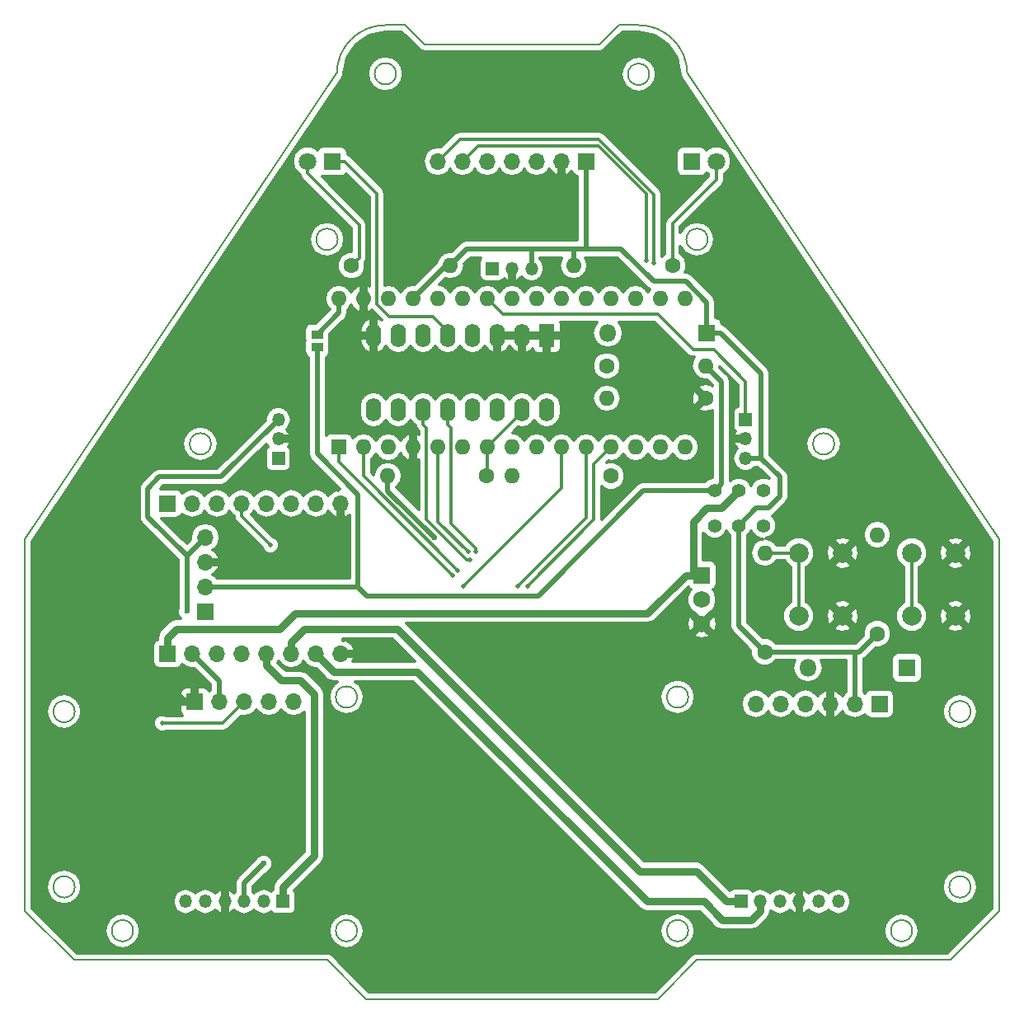
<source format=gtl>
G04 #@! TF.FileFunction,Copper,L1,Top,Signal*
%FSLAX46Y46*%
G04 Gerber Fmt 4.6, Leading zero omitted, Abs format (unit mm)*
G04 Created by KiCad (PCBNEW 4.0.7) date 07/12/18 19:39:05*
%MOMM*%
%LPD*%
G01*
G04 APERTURE LIST*
%ADD10C,0.100000*%
%ADD11C,0.150000*%
%ADD12R,1.600000X1.600000*%
%ADD13O,1.600000X1.600000*%
%ADD14R,1.700000X1.700000*%
%ADD15O,1.700000X1.700000*%
%ADD16R,1.800000X1.800000*%
%ADD17C,1.800000*%
%ADD18O,1.800000X1.800000*%
%ADD19R,1.750000X1.750000*%
%ADD20C,1.750000*%
%ADD21R,1.270000X0.970000*%
%ADD22C,1.600000*%
%ADD23C,1.400000*%
%ADD24R,1.600000X2.400000*%
%ADD25O,1.600000X2.400000*%
%ADD26C,2.000000*%
%ADD27R,1.350000X1.350000*%
%ADD28O,1.350000X1.350000*%
%ADD29C,0.500000*%
%ADD30C,0.600000*%
%ADD31C,0.304800*%
%ADD32C,0.800000*%
%ADD33C,0.500000*%
G04 APERTURE END LIST*
D10*
D11*
X61000000Y100000000D02*
X63000000Y100000000D01*
X37000000Y100000000D02*
X39000000Y100000000D01*
X59000000Y98000000D02*
X61000000Y100000000D01*
X41000000Y98000000D02*
X59000000Y98000000D01*
X39000000Y100000000D02*
X41000000Y98000000D01*
X100000000Y47200000D02*
X68000000Y95000000D01*
X68000000Y95000000D02*
G75*
G03X63000000Y100000000I-5000000J0D01*
G01*
X32000000Y95000000D02*
X0Y47200000D01*
X37000000Y100000000D02*
G75*
G03X32000000Y95000000I0J-5000000D01*
G01*
X83100000Y57000000D02*
G75*
G03X83100000Y57000000I-1100000J0D01*
G01*
X19100000Y57000000D02*
G75*
G03X19100000Y57000000I-1100000J0D01*
G01*
X70100000Y78000000D02*
G75*
G03X70100000Y78000000I-1100000J0D01*
G01*
X32100000Y78000000D02*
G75*
G03X32100000Y78000000I-1100000J0D01*
G01*
X64100000Y94950000D02*
G75*
G03X64100000Y94950000I-1100000J0D01*
G01*
X38100000Y95000000D02*
G75*
G03X38100000Y95000000I-1100000J0D01*
G01*
X34100000Y31000000D02*
G75*
G03X34100000Y31000000I-1100000J0D01*
G01*
X68100000Y31000000D02*
G75*
G03X68100000Y31000000I-1100000J0D01*
G01*
X68100000Y7000000D02*
G75*
G03X68100000Y7000000I-1100000J0D01*
G01*
X34100000Y7000000D02*
G75*
G03X34100000Y7000000I-1100000J0D01*
G01*
X91100000Y7000000D02*
G75*
G03X91100000Y7000000I-1100000J0D01*
G01*
X11100000Y7000000D02*
G75*
G03X11100000Y7000000I-1100000J0D01*
G01*
X95000000Y4000000D02*
X100000000Y9000000D01*
X69000000Y4000000D02*
X95000000Y4000000D01*
X65000000Y0D02*
X69000000Y4000000D01*
X35000000Y0D02*
X65000000Y0D01*
X5000000Y4000000D02*
X0Y9000000D01*
X31000000Y4000000D02*
X5000000Y4000000D01*
X35000000Y0D02*
X31000000Y4000000D01*
X97100000Y29500000D02*
G75*
G03X97100000Y29500000I-1100000J0D01*
G01*
X97100000Y11500000D02*
G75*
G03X97100000Y11500000I-1100000J0D01*
G01*
X5100000Y11500000D02*
G75*
G03X5100000Y11500000I-1100000J0D01*
G01*
X5100000Y29500000D02*
G75*
G03X5100000Y29500000I-1100000J0D01*
G01*
X0Y47200000D02*
X0Y9000000D01*
X100000000Y9000000D02*
X100000000Y47200000D01*
D12*
X32220000Y56660000D03*
D13*
X65240000Y71900000D03*
X34760000Y56660000D03*
X62700000Y71900000D03*
X37300000Y56660000D03*
X60160000Y71900000D03*
X39840000Y56660000D03*
X57620000Y71900000D03*
X42380000Y56660000D03*
X55080000Y71900000D03*
X44920000Y56660000D03*
X52540000Y71900000D03*
X47460000Y56660000D03*
X50000000Y71900000D03*
X50000000Y56660000D03*
X47460000Y71900000D03*
X52540000Y56660000D03*
X44920000Y71900000D03*
X55080000Y56660000D03*
X42380000Y71900000D03*
X57620000Y56660000D03*
X39840000Y71900000D03*
X60160000Y56660000D03*
X37300000Y71900000D03*
X62700000Y56660000D03*
X34760000Y71900000D03*
X65240000Y56660000D03*
X32220000Y71900000D03*
X67780000Y56660000D03*
X67780000Y71900000D03*
D14*
X14635931Y35430000D03*
D15*
X17175931Y35430000D03*
X19715931Y35430000D03*
X22255931Y35430000D03*
X24795931Y35430000D03*
X27335931Y35430000D03*
X29875931Y35430000D03*
X32415931Y35430000D03*
D16*
X31540000Y86000000D03*
D17*
X29000000Y86000000D03*
D16*
X68460000Y86000000D03*
D17*
X71000000Y86000000D03*
D16*
X70000000Y68400000D03*
D18*
X59840000Y68400000D03*
D19*
X69500000Y43500000D03*
D20*
X69500000Y41000000D03*
X69500000Y38500000D03*
D21*
X30000000Y68240000D03*
X30000000Y66960000D03*
D22*
X33500000Y75300000D03*
D13*
X43660000Y75300000D03*
D22*
X66500000Y75300000D03*
D13*
X56340000Y75300000D03*
D22*
X75950000Y35640000D03*
D13*
X75950000Y45800000D03*
D22*
X87500000Y37500000D03*
D13*
X87500000Y47660000D03*
D22*
X59740000Y65000000D03*
D13*
X69900000Y65000000D03*
D22*
X69900000Y61700000D03*
D13*
X59740000Y61700000D03*
D23*
X75800000Y48600000D03*
X75800000Y52200000D03*
X73300000Y48600000D03*
X70800000Y48600000D03*
X70800000Y52200000D03*
X73300000Y52200000D03*
D24*
X53580000Y68120000D03*
D25*
X35800000Y60500000D03*
X51040000Y68120000D03*
X38340000Y60500000D03*
X48500000Y68120000D03*
X40880000Y60500000D03*
X45960000Y68120000D03*
X43420000Y60500000D03*
X43420000Y68120000D03*
X45960000Y60500000D03*
X40880000Y68120000D03*
X48500000Y60500000D03*
X38340000Y68120000D03*
X51040000Y60500000D03*
X35800000Y68120000D03*
X53580000Y60500000D03*
D26*
X83950000Y39300000D03*
X79450000Y39300000D03*
X83950000Y45800000D03*
X79450000Y45800000D03*
X95550000Y39300000D03*
X91050000Y39300000D03*
X95550000Y45800000D03*
X91050000Y45800000D03*
D14*
X14635931Y50880839D03*
D15*
X17175931Y50880839D03*
X19715931Y50880839D03*
X22255931Y50880839D03*
X24795931Y50880839D03*
X27335931Y50880839D03*
X29875931Y50880839D03*
X32415931Y50880839D03*
D14*
X18500000Y39760000D03*
D15*
X18500000Y42300000D03*
X18500000Y44840000D03*
X18500000Y47380000D03*
D14*
X87740000Y30300000D03*
D15*
X85200000Y30300000D03*
X82660000Y30300000D03*
X80120000Y30300000D03*
X77580000Y30300000D03*
X75040000Y30300000D03*
D14*
X17420000Y30500000D03*
D15*
X19960000Y30500000D03*
X22500000Y30500000D03*
X25040000Y30500000D03*
X27580000Y30500000D03*
D27*
X26500000Y10000000D03*
D28*
X24500000Y10000000D03*
X22500000Y10000000D03*
X20500000Y10000000D03*
X18500000Y10000000D03*
X16500000Y10000000D03*
D27*
X73500000Y10000000D03*
D28*
X75500000Y10000000D03*
X77500000Y10000000D03*
X79500000Y10000000D03*
X81500000Y10000000D03*
X83500000Y10000000D03*
D27*
X26000000Y55500000D03*
D28*
X26000000Y57500000D03*
X26000000Y59500000D03*
D27*
X48000000Y75000000D03*
D28*
X50000000Y75000000D03*
X52000000Y75000000D03*
D27*
X74000000Y59500000D03*
D28*
X74000000Y57500000D03*
X74000000Y55500000D03*
D14*
X57620000Y86000000D03*
D15*
X55080000Y86000000D03*
X52540000Y86000000D03*
X50000000Y86000000D03*
X47460000Y86000000D03*
X44920000Y86000000D03*
X42380000Y86000000D03*
D22*
X47400000Y53700000D03*
D13*
X37240000Y53700000D03*
D22*
X60160000Y53700000D03*
D13*
X50000000Y53700000D03*
D16*
X90560000Y34000000D03*
D18*
X80400000Y34000000D03*
D29*
X43924764Y43472826D03*
X44448643Y43996706D03*
D30*
X77000000Y13454594D03*
X12200000Y10600000D03*
X15600000Y6500000D03*
X40100000Y51100000D03*
X76300000Y39700000D03*
X24000000Y44400000D03*
X32400000Y44400000D03*
X93400000Y50500000D03*
X88800000Y56800000D03*
X82100000Y62600000D03*
X77900000Y69200000D03*
X74700000Y78100000D03*
X67300000Y82900000D03*
X63600000Y87700000D03*
X48500000Y80200000D03*
X41400000Y80200000D03*
X38000000Y85700000D03*
X39900000Y90900000D03*
X46500000Y91500000D03*
X55100000Y91500000D03*
X27500000Y73700000D03*
X22300000Y68400000D03*
X15700000Y62300000D03*
X8100000Y50000000D03*
X7200000Y41300000D03*
X9100000Y32600000D03*
X14200000Y32600000D03*
X41600000Y9100000D03*
X57700000Y9100000D03*
X48800000Y18000000D03*
X41700000Y25100000D03*
X51800000Y35100000D03*
X60000000Y26900000D03*
X65400000Y21500000D03*
X77000000Y21400000D03*
D29*
X14100000Y28300000D03*
X63800000Y75800000D03*
D30*
X24500000Y13900000D03*
X42000000Y47380000D03*
X16600000Y39800000D03*
D29*
X64600000Y75600000D03*
X45500000Y45900000D03*
X45000000Y42400000D03*
X25200000Y46600000D03*
X46300000Y45900000D03*
X45700000Y45100000D03*
X51600000Y42400000D03*
X50600000Y42400000D03*
D31*
X32220000Y56660000D02*
X32220000Y55177590D01*
X32220000Y55177590D02*
X43674765Y43722825D01*
X43674765Y43722825D02*
X43924764Y43472826D01*
X44198644Y44246705D02*
X44448643Y43996706D01*
X34760000Y53685349D02*
X44198644Y44246705D01*
X34760000Y56660000D02*
X34760000Y53685349D01*
D32*
X79500000Y10000000D02*
X79500000Y10954594D01*
X79500000Y10954594D02*
X77000000Y13454594D01*
X20500000Y10000000D02*
X20500000Y8300000D01*
X20500000Y8300000D02*
X18700000Y6500000D01*
X17000000Y6500000D02*
X18700000Y6500000D01*
X17000000Y6500000D02*
X15600000Y6500000D01*
X39840000Y56660000D02*
X39840000Y51360000D01*
X39840000Y51360000D02*
X40100000Y51100000D01*
X32415931Y50880839D02*
X32415931Y44415931D01*
X32415931Y44415931D02*
X32400000Y44400000D01*
X82100000Y62600000D02*
X87900000Y56800000D01*
X87900000Y56800000D02*
X88800000Y56800000D01*
X74700000Y78100000D02*
X77900000Y74900000D01*
X77900000Y74900000D02*
X77900000Y69200000D01*
X63600000Y87700000D02*
X63600000Y86600000D01*
X63600000Y86600000D02*
X67300000Y82900000D01*
X41400000Y80200000D02*
X48500000Y80200000D01*
X39900000Y90900000D02*
X39900000Y87600000D01*
X39900000Y87600000D02*
X38000000Y85700000D01*
X55100000Y91500000D02*
X46500000Y91500000D01*
X15700000Y62300000D02*
X21800000Y68400000D01*
X21800000Y68400000D02*
X22300000Y68400000D01*
X7200000Y41300000D02*
X8100000Y42200000D01*
X8100000Y42200000D02*
X8100000Y50000000D01*
X14200000Y32600000D02*
X9100000Y32600000D01*
X17420000Y30500000D02*
X16300000Y30500000D01*
X16300000Y30500000D02*
X14200000Y32600000D01*
X57700000Y9100000D02*
X41600000Y9100000D01*
X41700000Y25100000D02*
X48800000Y18000000D01*
X65400000Y21500000D02*
X60000000Y26900000D01*
X82660000Y30300000D02*
X82660000Y27060000D01*
X82660000Y27060000D02*
X77000000Y21400000D01*
D31*
X14100000Y28300000D02*
X20300000Y28300000D01*
X20300000Y28300000D02*
X22500000Y30500000D01*
X47460000Y56660000D02*
X47460000Y53760000D01*
X47460000Y53760000D02*
X47400000Y53700000D01*
X47460000Y56660000D02*
X51040000Y60240000D01*
X51040000Y60240000D02*
X51040000Y60500000D01*
X70700000Y66700000D02*
X74000000Y63400000D01*
X74000000Y63400000D02*
X74000000Y59500000D01*
X68600000Y66700000D02*
X70700000Y66700000D01*
X65000000Y70300000D02*
X68600000Y66700000D01*
X49060000Y70300000D02*
X65000000Y70300000D01*
X47460000Y71900000D02*
X49060000Y70300000D01*
X58900000Y87600000D02*
X63800000Y82700000D01*
X63800000Y82700000D02*
X63800000Y75800000D01*
X46520000Y87600000D02*
X58900000Y87600000D01*
X44920000Y86000000D02*
X46520000Y87600000D01*
D33*
X85200000Y35640000D02*
X85640000Y35640000D01*
X85640000Y35640000D02*
X87500000Y37500000D01*
X85200000Y35640000D02*
X75950000Y35640000D01*
X22500000Y10000000D02*
X22500000Y11900000D01*
X22500000Y11900000D02*
X24500000Y13900000D01*
X37240000Y52140000D02*
X42000000Y47380000D01*
X37240000Y53700000D02*
X37240000Y52140000D01*
X52000000Y77000000D02*
X56400000Y77000000D01*
X56400000Y77000000D02*
X57600000Y77000000D01*
X56340000Y75300000D02*
X56340000Y76940000D01*
X56340000Y76940000D02*
X56400000Y77000000D01*
X57600000Y77000000D02*
X61160000Y77000000D01*
X57620000Y86000000D02*
X57620000Y77020000D01*
X57620000Y77020000D02*
X57600000Y77000000D01*
X64540000Y73700000D02*
X61200000Y77040000D01*
X61160000Y77000000D02*
X61200000Y77040000D01*
X43660000Y75300000D02*
X45360000Y77000000D01*
X45360000Y77000000D02*
X52000000Y77000000D01*
X52000000Y77000000D02*
X52000000Y75000000D01*
X39840000Y71900000D02*
X43240000Y75300000D01*
X43240000Y75300000D02*
X43660000Y75300000D01*
X19960000Y30500000D02*
X19960000Y32645931D01*
X19960000Y32645931D02*
X17175931Y35430000D01*
X75600000Y57100000D02*
X75600000Y55500000D01*
X77500000Y53600000D02*
X75600000Y55500000D01*
X75600000Y55500000D02*
X74000000Y55500000D01*
X77500000Y51600000D02*
X77500000Y53600000D01*
X76300000Y50400000D02*
X77500000Y51600000D01*
X75100000Y50400000D02*
X76300000Y50400000D01*
X73300000Y48600000D02*
X75100000Y50400000D01*
X12600000Y52400000D02*
X12600000Y49480000D01*
X12600000Y49480000D02*
X16600000Y45480000D01*
X13800000Y53600000D02*
X12600000Y52400000D01*
X20100000Y53600000D02*
X13800000Y53600000D01*
X26000000Y59500000D02*
X20100000Y53600000D01*
X67830002Y73700000D02*
X64540000Y73700000D01*
X70000000Y68400000D02*
X70000000Y71530002D01*
X70000000Y71530002D02*
X67830002Y73700000D01*
X75950000Y35640000D02*
X73300000Y38290000D01*
X73300000Y38290000D02*
X73300000Y48600000D01*
X75600000Y64200000D02*
X75600000Y57100000D01*
X70000000Y68400000D02*
X71400000Y68400000D01*
X71400000Y68400000D02*
X75600000Y64200000D01*
X85200000Y30300000D02*
X85200000Y35640000D01*
X16600000Y39800000D02*
X16600000Y45480000D01*
X16600000Y45480000D02*
X18500000Y47380000D01*
D31*
X64600000Y75953553D02*
X64600000Y75600000D01*
X64600000Y82613910D02*
X64600000Y75953553D01*
X58909100Y88304810D02*
X64600000Y82613910D01*
X44684810Y88304810D02*
X58909100Y88304810D01*
X42380000Y86000000D02*
X44684810Y88304810D01*
D33*
X32220000Y71900000D02*
X32220000Y70460000D01*
X32220000Y70460000D02*
X30000000Y68240000D01*
D31*
X42380000Y56660000D02*
X42380000Y49020000D01*
X42380000Y49020000D02*
X45500000Y45900000D01*
X55080000Y52480000D02*
X55080000Y56660000D01*
X45000000Y42400000D02*
X55080000Y52480000D01*
X31540000Y86000000D02*
X32812792Y86000000D01*
X37394446Y70100000D02*
X41840000Y70100000D01*
X41840000Y70100000D02*
X43420000Y68520000D01*
X43420000Y68520000D02*
X43420000Y68120000D01*
X36147599Y82665193D02*
X36147599Y71346847D01*
X36147599Y71346847D02*
X37394446Y70100000D01*
X32812792Y86000000D02*
X36147599Y82665193D01*
X45960000Y68120000D02*
X45960000Y67720000D01*
D32*
X14635931Y35430000D02*
X14635931Y37080000D01*
X14635931Y37080000D02*
X15555931Y38000000D01*
X15555931Y38000000D02*
X26100000Y38000000D01*
X26100000Y38000000D02*
X27700000Y39600000D01*
X27700000Y39600000D02*
X63925000Y39600000D01*
X63925000Y39600000D02*
X67825000Y43500000D01*
X67825000Y43500000D02*
X68600000Y43500000D01*
X68600000Y43500000D02*
X69500000Y43500000D01*
X68600000Y44400000D02*
X68600000Y43500000D01*
X68600000Y49000000D02*
X70000000Y50400000D01*
X68600000Y44400000D02*
X68600000Y49000000D01*
X70000000Y50400000D02*
X71500000Y50400000D01*
X71500000Y50400000D02*
X73300000Y52200000D01*
X26500000Y11475000D02*
X26500000Y10000000D01*
X24795931Y35430000D02*
X24795931Y34227919D01*
X24795931Y34227919D02*
X26323850Y32700000D01*
X26323850Y32700000D02*
X28276770Y32700000D01*
X28276770Y32700000D02*
X29700000Y31276770D01*
X29700000Y31276770D02*
X29700000Y14675000D01*
X29700000Y14675000D02*
X26500000Y11475000D01*
X73500000Y10000000D02*
X72025000Y10000000D01*
X72025000Y10000000D02*
X68925000Y13100000D01*
X68925000Y13100000D02*
X63100000Y13100000D01*
X27335931Y35430000D02*
X27335931Y36632081D01*
X27335931Y36632081D02*
X28703850Y38000000D01*
X28703850Y38000000D02*
X38200000Y38000000D01*
X38200000Y38000000D02*
X63100000Y13100000D01*
X71600000Y8100000D02*
X74554594Y8100000D01*
X74554594Y8100000D02*
X75500000Y9045406D01*
X75500000Y9045406D02*
X75500000Y10000000D01*
X69700000Y10000000D02*
X71600000Y8100000D01*
X63900000Y10000000D02*
X69700000Y10000000D01*
X31705931Y33600000D02*
X40300000Y33600000D01*
X40300000Y33600000D02*
X63900000Y10000000D01*
X29875931Y35430000D02*
X31705931Y33600000D01*
D31*
X25200000Y46600000D02*
X22255931Y49544069D01*
X22255931Y49544069D02*
X22255931Y50880839D01*
D33*
X30000000Y66960000D02*
X30000000Y56000000D01*
X30000000Y56000000D02*
X34200000Y51800000D01*
X34200000Y51800000D02*
X34200000Y42300000D01*
X35100000Y41400000D02*
X34200000Y42300000D01*
X52700000Y41400000D02*
X35100000Y41400000D01*
X70800000Y52200000D02*
X63500000Y52200000D01*
X63500000Y52200000D02*
X52700000Y41400000D01*
X34200000Y42300000D02*
X19702081Y42300000D01*
X70800000Y52200000D02*
X71499999Y52899999D01*
X71499999Y52899999D02*
X71499999Y63400001D01*
X71499999Y63400001D02*
X69900000Y65000000D01*
X19702081Y42300000D02*
X18500000Y42300000D01*
D31*
X79450000Y45800000D02*
X79450000Y44385787D01*
X79450000Y44385787D02*
X79450000Y39300000D01*
X46300000Y46253553D02*
X46300000Y45900000D01*
X43767599Y48785954D02*
X46300000Y46253553D01*
X43767599Y58647601D02*
X43767599Y48785954D01*
X43420000Y58995200D02*
X43767599Y58647601D01*
X43420000Y60500000D02*
X43420000Y58995200D01*
X75950000Y45800000D02*
X79450000Y45800000D01*
X91050000Y45800000D02*
X91050000Y39300000D01*
X40880000Y60500000D02*
X40880000Y58995200D01*
X45346447Y45100000D02*
X45700000Y45100000D01*
X41227599Y49218848D02*
X45346447Y45100000D01*
X41227599Y58647601D02*
X41227599Y49218848D01*
X40880000Y58995200D02*
X41227599Y58647601D01*
X51600000Y42400000D02*
X58400000Y49200000D01*
X58400000Y49200000D02*
X58400000Y54900000D01*
X58400000Y54900000D02*
X60160000Y56660000D01*
X57620000Y56660000D02*
X57620000Y49420000D01*
X57620000Y49420000D02*
X50600000Y42400000D01*
X29000000Y86000000D02*
X29000000Y84795200D01*
X33500000Y75300000D02*
X34299999Y76099999D01*
X34299999Y76099999D02*
X34299999Y79495201D01*
X34299999Y79495201D02*
X29000000Y84795200D01*
X66500000Y79600000D02*
X66500000Y75300000D01*
X71000000Y84100000D02*
X66500000Y79600000D01*
X71000000Y86000000D02*
X71000000Y84100000D01*
G36*
X40479994Y97479994D02*
X40718574Y97320579D01*
X40765266Y97311292D01*
X41000000Y97264600D01*
X59000000Y97264600D01*
X59281426Y97320579D01*
X59520006Y97479994D01*
X61304612Y99264600D01*
X62927567Y99264600D01*
X64626479Y98926666D01*
X66005340Y98005340D01*
X66926666Y96626478D01*
X67278730Y94856531D01*
X67278858Y94856223D01*
X67278858Y94855894D01*
X67333582Y94724107D01*
X67388537Y94591434D01*
X67388771Y94591200D01*
X67388898Y94590894D01*
X99264600Y46976564D01*
X99264600Y9304612D01*
X94695388Y4735400D01*
X69000000Y4735400D01*
X68765266Y4688708D01*
X68718574Y4679421D01*
X68479993Y4520006D01*
X64695388Y735400D01*
X35304613Y735400D01*
X31520006Y4520006D01*
X31281426Y4679421D01*
X31000000Y4735400D01*
X5304612Y4735400D01*
X3040012Y7000000D01*
X8164600Y7000000D01*
X8304312Y6297623D01*
X8702176Y5702176D01*
X9297623Y5304312D01*
X10000000Y5164600D01*
X10702377Y5304312D01*
X11297824Y5702176D01*
X11695688Y6297623D01*
X11835400Y7000000D01*
X31164600Y7000000D01*
X31304312Y6297623D01*
X31702176Y5702176D01*
X32297623Y5304312D01*
X33000000Y5164600D01*
X33702377Y5304312D01*
X34297824Y5702176D01*
X34695688Y6297623D01*
X34835400Y7000000D01*
X65164600Y7000000D01*
X65304312Y6297623D01*
X65702176Y5702176D01*
X66297623Y5304312D01*
X67000000Y5164600D01*
X67702377Y5304312D01*
X68297824Y5702176D01*
X68695688Y6297623D01*
X68835400Y7000000D01*
X88164600Y7000000D01*
X88304312Y6297623D01*
X88702176Y5702176D01*
X89297623Y5304312D01*
X90000000Y5164600D01*
X90702377Y5304312D01*
X91297824Y5702176D01*
X91695688Y6297623D01*
X91835400Y7000000D01*
X91695688Y7702377D01*
X91297824Y8297824D01*
X90702377Y8695688D01*
X90000000Y8835400D01*
X89297623Y8695688D01*
X88702176Y8297824D01*
X88304312Y7702377D01*
X88164600Y7000000D01*
X68835400Y7000000D01*
X68695688Y7702377D01*
X68297824Y8297824D01*
X67702377Y8695688D01*
X67000000Y8835400D01*
X66297623Y8695688D01*
X65702176Y8297824D01*
X65304312Y7702377D01*
X65164600Y7000000D01*
X34835400Y7000000D01*
X34695688Y7702377D01*
X34297824Y8297824D01*
X33702377Y8695688D01*
X33000000Y8835400D01*
X32297623Y8695688D01*
X31702176Y8297824D01*
X31304312Y7702377D01*
X31164600Y7000000D01*
X11835400Y7000000D01*
X11695688Y7702377D01*
X11297824Y8297824D01*
X10702377Y8695688D01*
X10000000Y8835400D01*
X9297623Y8695688D01*
X8702176Y8297824D01*
X8304312Y7702377D01*
X8164600Y7000000D01*
X3040012Y7000000D01*
X735400Y9304612D01*
X735400Y11500000D01*
X2164600Y11500000D01*
X2304312Y10797623D01*
X2702176Y10202176D01*
X3297623Y9804312D01*
X4000000Y9664600D01*
X4702377Y9804312D01*
X5034399Y10026162D01*
X15164600Y10026162D01*
X15164600Y9973838D01*
X15266251Y9462803D01*
X15555730Y9029568D01*
X15988965Y8740089D01*
X16500000Y8638438D01*
X17011035Y8740089D01*
X17444270Y9029568D01*
X17500000Y9112974D01*
X17555730Y9029568D01*
X17988965Y8740089D01*
X18500000Y8638438D01*
X19011035Y8740089D01*
X19444270Y9029568D01*
X19502446Y9116634D01*
X19510480Y9103229D01*
X19928982Y8792819D01*
X20050168Y8742644D01*
X20252400Y8856192D01*
X20252400Y9752400D01*
X20232400Y9752400D01*
X20232400Y10247600D01*
X20252400Y10247600D01*
X20252400Y11143808D01*
X20050168Y11257356D01*
X19928982Y11207181D01*
X19510480Y10896771D01*
X19502446Y10883366D01*
X19444270Y10970432D01*
X19011035Y11259911D01*
X18500000Y11361562D01*
X17988965Y11259911D01*
X17555730Y10970432D01*
X17500000Y10887026D01*
X17444270Y10970432D01*
X17011035Y11259911D01*
X16500000Y11361562D01*
X15988965Y11259911D01*
X15555730Y10970432D01*
X15266251Y10537197D01*
X15164600Y10026162D01*
X5034399Y10026162D01*
X5297824Y10202176D01*
X5695688Y10797623D01*
X5835400Y11500000D01*
X5695688Y12202377D01*
X5297824Y12797824D01*
X4702377Y13195688D01*
X4000000Y13335400D01*
X3297623Y13195688D01*
X2702176Y12797824D01*
X2304312Y12202377D01*
X2164600Y11500000D01*
X735400Y11500000D01*
X735400Y29500000D01*
X2164600Y29500000D01*
X2304312Y28797623D01*
X2702176Y28202176D01*
X3297623Y27804312D01*
X4000000Y27664600D01*
X4702377Y27804312D01*
X5297824Y28202176D01*
X5695688Y28797623D01*
X5835400Y29500000D01*
X5695688Y30202377D01*
X5297824Y30797824D01*
X4702377Y31195688D01*
X4000000Y31335400D01*
X3297623Y31195688D01*
X2702176Y30797824D01*
X2304312Y30202377D01*
X2164600Y29500000D01*
X735400Y29500000D01*
X735400Y31481362D01*
X15909600Y31481362D01*
X15909600Y30912700D01*
X16074700Y30747600D01*
X17172400Y30747600D01*
X17172400Y31845300D01*
X17007300Y32010400D01*
X16438639Y32010400D01*
X16195914Y31909860D01*
X16010140Y31724087D01*
X15909600Y31481362D01*
X735400Y31481362D01*
X735400Y46976564D01*
X4366152Y52400000D01*
X11689600Y52400000D01*
X11689600Y49480000D01*
X11758900Y49131605D01*
X11956250Y48836250D01*
X15689600Y45102900D01*
X15689600Y40111884D01*
X15639767Y39991873D01*
X15639434Y39609803D01*
X15785338Y39256688D01*
X15981284Y39060400D01*
X15555931Y39060400D01*
X15150133Y38979682D01*
X14806115Y38749816D01*
X13886115Y37829816D01*
X13656249Y37485798D01*
X13575531Y37080000D01*
X13575531Y36913749D01*
X13541201Y36907289D01*
X13316432Y36762654D01*
X13165643Y36541966D01*
X13112593Y36280000D01*
X13112593Y34580000D01*
X13158642Y34335270D01*
X13303277Y34110501D01*
X13523965Y33959712D01*
X13785931Y33906662D01*
X15485931Y33906662D01*
X15730661Y33952711D01*
X15955430Y34097346D01*
X16106219Y34318034D01*
X16108983Y34331684D01*
X16597926Y34004982D01*
X17175931Y33890010D01*
X17386530Y33931901D01*
X19049600Y32268831D01*
X19049600Y31702918D01*
X18891986Y31597604D01*
X18885976Y31588610D01*
X18829860Y31724087D01*
X18644086Y31909860D01*
X18401361Y32010400D01*
X17832700Y32010400D01*
X17667600Y31845300D01*
X17667600Y30747600D01*
X17687600Y30747600D01*
X17687600Y30252400D01*
X17667600Y30252400D01*
X17667600Y30232400D01*
X17172400Y30232400D01*
X17172400Y30252400D01*
X16074700Y30252400D01*
X15909600Y30087300D01*
X15909600Y29518638D01*
X16010140Y29275913D01*
X16173254Y29112800D01*
X14516551Y29112800D01*
X14281884Y29210242D01*
X13919705Y29210558D01*
X13584973Y29072250D01*
X13328650Y28816374D01*
X13189758Y28481884D01*
X13189442Y28119705D01*
X13327750Y27784973D01*
X13583626Y27528650D01*
X13918116Y27389758D01*
X14280295Y27389442D01*
X14516888Y27487200D01*
X20300000Y27487200D01*
X20611045Y27549071D01*
X20874736Y27725264D01*
X22174273Y29024801D01*
X22500000Y28960010D01*
X23078005Y29074982D01*
X23568014Y29402396D01*
X23770000Y29704689D01*
X23971986Y29402396D01*
X24461995Y29074982D01*
X25040000Y28960010D01*
X25618005Y29074982D01*
X26108014Y29402396D01*
X26310000Y29704689D01*
X26511986Y29402396D01*
X27001995Y29074982D01*
X27580000Y28960010D01*
X28158005Y29074982D01*
X28639600Y29396774D01*
X28639600Y15114232D01*
X25750184Y12224816D01*
X25520318Y11880798D01*
X25439600Y11475000D01*
X25439600Y11211770D01*
X25355501Y11157654D01*
X25295499Y11069838D01*
X25011035Y11259911D01*
X24500000Y11361562D01*
X23988965Y11259911D01*
X23555730Y10970432D01*
X23500000Y10887026D01*
X23444270Y10970432D01*
X23410400Y10993063D01*
X23410400Y11522900D01*
X24923215Y13035715D01*
X25043312Y13085338D01*
X25313712Y13355267D01*
X25460233Y13708127D01*
X25460566Y14090197D01*
X25314662Y14443312D01*
X25044733Y14713712D01*
X24691873Y14860233D01*
X24309803Y14860566D01*
X23956688Y14714662D01*
X23686288Y14444733D01*
X23635910Y14323410D01*
X21856250Y12543750D01*
X21658900Y12248395D01*
X21589600Y11900000D01*
X21589600Y10993063D01*
X21555730Y10970432D01*
X21497554Y10883366D01*
X21489520Y10896771D01*
X21071018Y11207181D01*
X20949832Y11257356D01*
X20747600Y11143808D01*
X20747600Y10247600D01*
X20767600Y10247600D01*
X20767600Y9752400D01*
X20747600Y9752400D01*
X20747600Y8856192D01*
X20949832Y8742644D01*
X21071018Y8792819D01*
X21489520Y9103229D01*
X21497554Y9116634D01*
X21555730Y9029568D01*
X21988965Y8740089D01*
X22500000Y8638438D01*
X23011035Y8740089D01*
X23444270Y9029568D01*
X23500000Y9112974D01*
X23555730Y9029568D01*
X23988965Y8740089D01*
X24500000Y8638438D01*
X25011035Y8740089D01*
X25294662Y8929603D01*
X25342346Y8855501D01*
X25563034Y8704712D01*
X25825000Y8651662D01*
X27175000Y8651662D01*
X27419730Y8697711D01*
X27644499Y8842346D01*
X27795288Y9063034D01*
X27848338Y9325000D01*
X27848338Y10675000D01*
X27802289Y10919730D01*
X27662148Y11137516D01*
X30449816Y13925184D01*
X30679682Y14269202D01*
X30760400Y14675000D01*
X30760400Y31276770D01*
X30679682Y31682568D01*
X30449816Y32026586D01*
X29026586Y33449816D01*
X28682568Y33679682D01*
X28276770Y33760400D01*
X26763082Y33760400D01*
X25994979Y34528503D01*
X26065931Y34634689D01*
X26267917Y34332396D01*
X26757926Y34004982D01*
X27335931Y33890010D01*
X27913936Y34004982D01*
X28403945Y34332396D01*
X28605931Y34634689D01*
X28807917Y34332396D01*
X29297926Y34004982D01*
X29875931Y33890010D01*
X29909593Y33896706D01*
X30956115Y32850184D01*
X31300133Y32620318D01*
X31705931Y32539600D01*
X32064020Y32539600D01*
X31702176Y32297824D01*
X31304312Y31702377D01*
X31164600Y31000000D01*
X31304312Y30297623D01*
X31702176Y29702176D01*
X32297623Y29304312D01*
X33000000Y29164600D01*
X33702377Y29304312D01*
X34297824Y29702176D01*
X34695688Y30297623D01*
X34835400Y31000000D01*
X34695688Y31702377D01*
X34297824Y32297824D01*
X33935980Y32539600D01*
X39860768Y32539600D01*
X63150184Y9250184D01*
X63494202Y9020318D01*
X63900000Y8939600D01*
X69260768Y8939600D01*
X70850184Y7350184D01*
X71194202Y7120318D01*
X71600000Y7039600D01*
X74554594Y7039600D01*
X74960392Y7120318D01*
X75304410Y7350184D01*
X76249816Y8295590D01*
X76390272Y8505797D01*
X76479682Y8639608D01*
X76557071Y9028672D01*
X76988965Y8740089D01*
X77500000Y8638438D01*
X78011035Y8740089D01*
X78444270Y9029568D01*
X78502446Y9116634D01*
X78510480Y9103229D01*
X78928982Y8792819D01*
X79050168Y8742644D01*
X79252400Y8856192D01*
X79252400Y9752400D01*
X79232400Y9752400D01*
X79232400Y10247600D01*
X79252400Y10247600D01*
X79252400Y11143808D01*
X79747600Y11143808D01*
X79747600Y10247600D01*
X79767600Y10247600D01*
X79767600Y9752400D01*
X79747600Y9752400D01*
X79747600Y8856192D01*
X79949832Y8742644D01*
X80071018Y8792819D01*
X80489520Y9103229D01*
X80497554Y9116634D01*
X80555730Y9029568D01*
X80988965Y8740089D01*
X81500000Y8638438D01*
X82011035Y8740089D01*
X82444270Y9029568D01*
X82500000Y9112974D01*
X82555730Y9029568D01*
X82988965Y8740089D01*
X83500000Y8638438D01*
X84011035Y8740089D01*
X84444270Y9029568D01*
X84733749Y9462803D01*
X84835400Y9973838D01*
X84835400Y10026162D01*
X84733749Y10537197D01*
X84444270Y10970432D01*
X84011035Y11259911D01*
X83500000Y11361562D01*
X82988965Y11259911D01*
X82555730Y10970432D01*
X82500000Y10887026D01*
X82444270Y10970432D01*
X82011035Y11259911D01*
X81500000Y11361562D01*
X80988965Y11259911D01*
X80555730Y10970432D01*
X80497554Y10883366D01*
X80489520Y10896771D01*
X80071018Y11207181D01*
X79949832Y11257356D01*
X79747600Y11143808D01*
X79252400Y11143808D01*
X79050168Y11257356D01*
X78928982Y11207181D01*
X78510480Y10896771D01*
X78502446Y10883366D01*
X78444270Y10970432D01*
X78011035Y11259911D01*
X77500000Y11361562D01*
X76988965Y11259911D01*
X76555730Y10970432D01*
X76500000Y10887026D01*
X76444270Y10970432D01*
X76011035Y11259911D01*
X75500000Y11361562D01*
X74988965Y11259911D01*
X74705338Y11070397D01*
X74657654Y11144499D01*
X74436966Y11295288D01*
X74175000Y11348338D01*
X72825000Y11348338D01*
X72580270Y11302289D01*
X72362484Y11162148D01*
X72024632Y11500000D01*
X94164600Y11500000D01*
X94304312Y10797623D01*
X94702176Y10202176D01*
X95297623Y9804312D01*
X96000000Y9664600D01*
X96702377Y9804312D01*
X97297824Y10202176D01*
X97695688Y10797623D01*
X97835400Y11500000D01*
X97695688Y12202377D01*
X97297824Y12797824D01*
X96702377Y13195688D01*
X96000000Y13335400D01*
X95297623Y13195688D01*
X94702176Y12797824D01*
X94304312Y12202377D01*
X94164600Y11500000D01*
X72024632Y11500000D01*
X69674816Y13849816D01*
X69330798Y14079682D01*
X68925000Y14160400D01*
X63539232Y14160400D01*
X46699632Y31000000D01*
X65164600Y31000000D01*
X65304312Y30297623D01*
X65702176Y29702176D01*
X66297623Y29304312D01*
X67000000Y29164600D01*
X67702377Y29304312D01*
X68297824Y29702176D01*
X68695688Y30297623D01*
X68702046Y30329590D01*
X73529600Y30329590D01*
X73529600Y30270410D01*
X73644572Y29692405D01*
X73971986Y29202396D01*
X74461995Y28874982D01*
X75040000Y28760010D01*
X75618005Y28874982D01*
X76108014Y29202396D01*
X76310000Y29504689D01*
X76511986Y29202396D01*
X77001995Y28874982D01*
X77580000Y28760010D01*
X78158005Y28874982D01*
X78648014Y29202396D01*
X78850000Y29504689D01*
X79051986Y29202396D01*
X79541995Y28874982D01*
X80120000Y28760010D01*
X80698005Y28874982D01*
X81188014Y29202396D01*
X81399809Y29519370D01*
X81518948Y29310370D01*
X81984520Y28949039D01*
X82182366Y28867110D01*
X82412400Y28977681D01*
X82412400Y30052400D01*
X82392400Y30052400D01*
X82392400Y30547600D01*
X82412400Y30547600D01*
X82412400Y31622319D01*
X82182366Y31732890D01*
X81984520Y31650961D01*
X81518948Y31289630D01*
X81399809Y31080630D01*
X81188014Y31397604D01*
X80698005Y31725018D01*
X80120000Y31839990D01*
X79541995Y31725018D01*
X79051986Y31397604D01*
X78850000Y31095311D01*
X78648014Y31397604D01*
X78158005Y31725018D01*
X77580000Y31839990D01*
X77001995Y31725018D01*
X76511986Y31397604D01*
X76310000Y31095311D01*
X76108014Y31397604D01*
X75618005Y31725018D01*
X75040000Y31839990D01*
X74461995Y31725018D01*
X73971986Y31397604D01*
X73644572Y30907595D01*
X73529600Y30329590D01*
X68702046Y30329590D01*
X68835400Y31000000D01*
X68695688Y31702377D01*
X68297824Y32297824D01*
X67702377Y32695688D01*
X67000000Y32835400D01*
X66297623Y32695688D01*
X65702176Y32297824D01*
X65304312Y31702377D01*
X65164600Y31000000D01*
X46699632Y31000000D01*
X40349329Y37350303D01*
X68700462Y37350303D01*
X68791729Y37103906D01*
X69379905Y36939134D01*
X69986364Y37011989D01*
X70208271Y37103906D01*
X70299538Y37350303D01*
X69500000Y38149841D01*
X68700462Y37350303D01*
X40349329Y37350303D01*
X39160032Y38539600D01*
X63925000Y38539600D01*
X64329676Y38620095D01*
X67939134Y38620095D01*
X68011989Y38013636D01*
X68103906Y37791729D01*
X68350303Y37700462D01*
X69149841Y38500000D01*
X69850159Y38500000D01*
X70649697Y37700462D01*
X70896094Y37791729D01*
X71060866Y38379905D01*
X70988011Y38986364D01*
X70896094Y39208271D01*
X70649697Y39299538D01*
X69850159Y38500000D01*
X69149841Y38500000D01*
X68350303Y39299538D01*
X68103906Y39208271D01*
X67939134Y38620095D01*
X64329676Y38620095D01*
X64330798Y38620318D01*
X64674816Y38850184D01*
X68078834Y42254202D01*
X68142346Y42155501D01*
X68345314Y42016819D01*
X68199110Y41870870D01*
X67964867Y41306750D01*
X67964334Y40695930D01*
X68197592Y40131402D01*
X68629130Y39699110D01*
X68706816Y39666852D01*
X68700462Y39649697D01*
X69500000Y38850159D01*
X70299538Y39649697D01*
X70293319Y39666487D01*
X70368598Y39697592D01*
X70800890Y40129130D01*
X71035133Y40693250D01*
X71035666Y41304070D01*
X70802408Y41868598D01*
X70652482Y42018786D01*
X70844499Y42142346D01*
X70995288Y42363034D01*
X71048338Y42625000D01*
X71048338Y44375000D01*
X71002289Y44619730D01*
X70857654Y44844499D01*
X70636966Y44995288D01*
X70375000Y45048338D01*
X69660400Y45048338D01*
X69660400Y47816013D01*
X70028389Y47447381D01*
X70528213Y47239836D01*
X71069413Y47239364D01*
X71569598Y47446036D01*
X71952619Y47828389D01*
X72049983Y48062868D01*
X72146036Y47830402D01*
X72389600Y47586412D01*
X72389600Y38290000D01*
X72458900Y37941605D01*
X72656250Y37646250D01*
X74489750Y35812750D01*
X74489347Y35350783D01*
X74711211Y34813831D01*
X75121670Y34402655D01*
X75658234Y34179854D01*
X76239217Y34179347D01*
X76776169Y34401211D01*
X77105132Y34729600D01*
X79016316Y34729600D01*
X78927808Y34597139D01*
X78809030Y34000000D01*
X78927808Y33402861D01*
X79266061Y32896631D01*
X79772291Y32558378D01*
X80369430Y32439600D01*
X80430570Y32439600D01*
X81027709Y32558378D01*
X81533939Y32896631D01*
X81872192Y33402861D01*
X81990970Y34000000D01*
X81872192Y34597139D01*
X81783684Y34729600D01*
X84289600Y34729600D01*
X84289600Y31502918D01*
X84131986Y31397604D01*
X83920191Y31080630D01*
X83801052Y31289630D01*
X83335480Y31650961D01*
X83137634Y31732890D01*
X82907600Y31622319D01*
X82907600Y30547600D01*
X82927600Y30547600D01*
X82927600Y30052400D01*
X82907600Y30052400D01*
X82907600Y28977681D01*
X83137634Y28867110D01*
X83335480Y28949039D01*
X83801052Y29310370D01*
X83920191Y29519370D01*
X84131986Y29202396D01*
X84621995Y28874982D01*
X85200000Y28760010D01*
X85778005Y28874982D01*
X86265599Y29200782D01*
X86407346Y28980501D01*
X86628034Y28829712D01*
X86890000Y28776662D01*
X88590000Y28776662D01*
X88834730Y28822711D01*
X89059499Y28967346D01*
X89210288Y29188034D01*
X89263338Y29450000D01*
X89263338Y29500000D01*
X94164600Y29500000D01*
X94304312Y28797623D01*
X94702176Y28202176D01*
X95297623Y27804312D01*
X96000000Y27664600D01*
X96702377Y27804312D01*
X97297824Y28202176D01*
X97695688Y28797623D01*
X97835400Y29500000D01*
X97695688Y30202377D01*
X97297824Y30797824D01*
X96702377Y31195688D01*
X96000000Y31335400D01*
X95297623Y31195688D01*
X94702176Y30797824D01*
X94304312Y30202377D01*
X94164600Y29500000D01*
X89263338Y29500000D01*
X89263338Y31150000D01*
X89217289Y31394730D01*
X89072654Y31619499D01*
X88851966Y31770288D01*
X88590000Y31823338D01*
X86890000Y31823338D01*
X86645270Y31777289D01*
X86420501Y31632654D01*
X86269712Y31411966D01*
X86266948Y31398316D01*
X86110400Y31502918D01*
X86110400Y34880421D01*
X86139701Y34900000D01*
X88986662Y34900000D01*
X88986662Y33100000D01*
X89032711Y32855270D01*
X89177346Y32630501D01*
X89398034Y32479712D01*
X89660000Y32426662D01*
X91460000Y32426662D01*
X91704730Y32472711D01*
X91929499Y32617346D01*
X92080288Y32838034D01*
X92133338Y33100000D01*
X92133338Y34900000D01*
X92087289Y35144730D01*
X91942654Y35369499D01*
X91721966Y35520288D01*
X91460000Y35573338D01*
X89660000Y35573338D01*
X89415270Y35527289D01*
X89190501Y35382654D01*
X89039712Y35161966D01*
X88986662Y34900000D01*
X86139701Y34900000D01*
X86283750Y34996250D01*
X87327250Y36039750D01*
X87789217Y36039347D01*
X88326169Y36261211D01*
X88737345Y36671670D01*
X88960146Y37208234D01*
X88960653Y37789217D01*
X88738789Y38326169D01*
X88328330Y38737345D01*
X87791766Y38960146D01*
X87210783Y38960653D01*
X86673831Y38738789D01*
X86262655Y38328330D01*
X86039854Y37791766D01*
X86039448Y37326948D01*
X85262900Y36550400D01*
X77104705Y36550400D01*
X76778330Y36877345D01*
X76241766Y37100146D01*
X75776948Y37100552D01*
X74210400Y38667100D01*
X74210400Y47586592D01*
X74452619Y47828389D01*
X74549983Y48062868D01*
X74646036Y47830402D01*
X75028389Y47447381D01*
X75528213Y47239836D01*
X75702018Y47239684D01*
X75391129Y47177845D01*
X74917341Y46861270D01*
X74600766Y46387482D01*
X74489600Y45828611D01*
X74489600Y45771389D01*
X74600766Y45212518D01*
X74917341Y44738730D01*
X75391129Y44422155D01*
X75950000Y44310989D01*
X76508871Y44422155D01*
X76982659Y44738730D01*
X77148681Y44987200D01*
X77989287Y44987200D01*
X78041561Y44860688D01*
X78508231Y44393202D01*
X78637200Y44339649D01*
X78637200Y40760713D01*
X78510688Y40708439D01*
X78043202Y40241769D01*
X77789889Y39631723D01*
X77789313Y38971175D01*
X78041561Y38360688D01*
X78508231Y37893202D01*
X79118277Y37639889D01*
X79778825Y37639313D01*
X80389312Y37891561D01*
X80556907Y38058864D01*
X83059023Y38058864D01*
X83165934Y37799584D01*
X83799802Y37613747D01*
X84456536Y37684627D01*
X84734066Y37799584D01*
X84840977Y38058864D01*
X83950000Y38949841D01*
X83059023Y38058864D01*
X80556907Y38058864D01*
X80856798Y38358231D01*
X81110111Y38968277D01*
X81110531Y39450198D01*
X82263747Y39450198D01*
X82334627Y38793464D01*
X82449584Y38515934D01*
X82708864Y38409023D01*
X83599841Y39300000D01*
X84300159Y39300000D01*
X85191136Y38409023D01*
X85450416Y38515934D01*
X85636253Y39149802D01*
X85565373Y39806536D01*
X85450416Y40084066D01*
X85191136Y40190977D01*
X84300159Y39300000D01*
X83599841Y39300000D01*
X82708864Y40190977D01*
X82449584Y40084066D01*
X82263747Y39450198D01*
X81110531Y39450198D01*
X81110687Y39628825D01*
X80858439Y40239312D01*
X80557142Y40541136D01*
X83059023Y40541136D01*
X83950000Y39650159D01*
X84840977Y40541136D01*
X84734066Y40800416D01*
X84100198Y40986253D01*
X83443464Y40915373D01*
X83165934Y40800416D01*
X83059023Y40541136D01*
X80557142Y40541136D01*
X80391769Y40706798D01*
X80262800Y40760351D01*
X80262800Y44339287D01*
X80389312Y44391561D01*
X80556907Y44558864D01*
X83059023Y44558864D01*
X83165934Y44299584D01*
X83799802Y44113747D01*
X84456536Y44184627D01*
X84734066Y44299584D01*
X84840977Y44558864D01*
X83950000Y45449841D01*
X83059023Y44558864D01*
X80556907Y44558864D01*
X80856798Y44858231D01*
X81110111Y45468277D01*
X81110531Y45950198D01*
X82263747Y45950198D01*
X82334627Y45293464D01*
X82449584Y45015934D01*
X82708864Y44909023D01*
X83599841Y45800000D01*
X84300159Y45800000D01*
X85191136Y44909023D01*
X85450416Y45015934D01*
X85583883Y45471175D01*
X89389313Y45471175D01*
X89641561Y44860688D01*
X90108231Y44393202D01*
X90237200Y44339649D01*
X90237200Y40760713D01*
X90110688Y40708439D01*
X89643202Y40241769D01*
X89389889Y39631723D01*
X89389313Y38971175D01*
X89641561Y38360688D01*
X90108231Y37893202D01*
X90718277Y37639889D01*
X91378825Y37639313D01*
X91989312Y37891561D01*
X92156907Y38058864D01*
X94659023Y38058864D01*
X94765934Y37799584D01*
X95399802Y37613747D01*
X96056536Y37684627D01*
X96334066Y37799584D01*
X96440977Y38058864D01*
X95550000Y38949841D01*
X94659023Y38058864D01*
X92156907Y38058864D01*
X92456798Y38358231D01*
X92710111Y38968277D01*
X92710531Y39450198D01*
X93863747Y39450198D01*
X93934627Y38793464D01*
X94049584Y38515934D01*
X94308864Y38409023D01*
X95199841Y39300000D01*
X95900159Y39300000D01*
X96791136Y38409023D01*
X97050416Y38515934D01*
X97236253Y39149802D01*
X97165373Y39806536D01*
X97050416Y40084066D01*
X96791136Y40190977D01*
X95900159Y39300000D01*
X95199841Y39300000D01*
X94308864Y40190977D01*
X94049584Y40084066D01*
X93863747Y39450198D01*
X92710531Y39450198D01*
X92710687Y39628825D01*
X92458439Y40239312D01*
X92157142Y40541136D01*
X94659023Y40541136D01*
X95550000Y39650159D01*
X96440977Y40541136D01*
X96334066Y40800416D01*
X95700198Y40986253D01*
X95043464Y40915373D01*
X94765934Y40800416D01*
X94659023Y40541136D01*
X92157142Y40541136D01*
X91991769Y40706798D01*
X91862800Y40760351D01*
X91862800Y44339287D01*
X91989312Y44391561D01*
X92156907Y44558864D01*
X94659023Y44558864D01*
X94765934Y44299584D01*
X95399802Y44113747D01*
X96056536Y44184627D01*
X96334066Y44299584D01*
X96440977Y44558864D01*
X95550000Y45449841D01*
X94659023Y44558864D01*
X92156907Y44558864D01*
X92456798Y44858231D01*
X92710111Y45468277D01*
X92710531Y45950198D01*
X93863747Y45950198D01*
X93934627Y45293464D01*
X94049584Y45015934D01*
X94308864Y44909023D01*
X95199841Y45800000D01*
X95900159Y45800000D01*
X96791136Y44909023D01*
X97050416Y45015934D01*
X97236253Y45649802D01*
X97165373Y46306536D01*
X97050416Y46584066D01*
X96791136Y46690977D01*
X95900159Y45800000D01*
X95199841Y45800000D01*
X94308864Y46690977D01*
X94049584Y46584066D01*
X93863747Y45950198D01*
X92710531Y45950198D01*
X92710687Y46128825D01*
X92458439Y46739312D01*
X92157142Y47041136D01*
X94659023Y47041136D01*
X95550000Y46150159D01*
X96440977Y47041136D01*
X96334066Y47300416D01*
X95700198Y47486253D01*
X95043464Y47415373D01*
X94765934Y47300416D01*
X94659023Y47041136D01*
X92157142Y47041136D01*
X91991769Y47206798D01*
X91381723Y47460111D01*
X90721175Y47460687D01*
X90110688Y47208439D01*
X89643202Y46741769D01*
X89389889Y46131723D01*
X89389313Y45471175D01*
X85583883Y45471175D01*
X85636253Y45649802D01*
X85565373Y46306536D01*
X85450416Y46584066D01*
X85191136Y46690977D01*
X84300159Y45800000D01*
X83599841Y45800000D01*
X82708864Y46690977D01*
X82449584Y46584066D01*
X82263747Y45950198D01*
X81110531Y45950198D01*
X81110687Y46128825D01*
X80858439Y46739312D01*
X80557142Y47041136D01*
X83059023Y47041136D01*
X83950000Y46150159D01*
X84840977Y47041136D01*
X84734066Y47300416D01*
X84100198Y47486253D01*
X83443464Y47415373D01*
X83165934Y47300416D01*
X83059023Y47041136D01*
X80557142Y47041136D01*
X80391769Y47206798D01*
X79781723Y47460111D01*
X79121175Y47460687D01*
X78510688Y47208439D01*
X78043202Y46741769D01*
X77989649Y46612800D01*
X77148681Y46612800D01*
X76982659Y46861270D01*
X76508871Y47177845D01*
X76111717Y47256844D01*
X76569598Y47446036D01*
X76812596Y47688611D01*
X86039600Y47688611D01*
X86039600Y47631389D01*
X86150766Y47072518D01*
X86467341Y46598730D01*
X86941129Y46282155D01*
X87500000Y46170989D01*
X88058871Y46282155D01*
X88532659Y46598730D01*
X88849234Y47072518D01*
X88960400Y47631389D01*
X88960400Y47688611D01*
X88849234Y48247482D01*
X88532659Y48721270D01*
X88058871Y49037845D01*
X87500000Y49149011D01*
X86941129Y49037845D01*
X86467341Y48721270D01*
X86150766Y48247482D01*
X86039600Y47688611D01*
X76812596Y47688611D01*
X76952619Y47828389D01*
X77160164Y48328213D01*
X77160636Y48869413D01*
X76953964Y49369598D01*
X76718339Y49605635D01*
X76943750Y49756250D01*
X78143750Y50956250D01*
X78341100Y51251605D01*
X78410400Y51600000D01*
X78410400Y53600000D01*
X78341100Y53948395D01*
X78143750Y54243750D01*
X76510400Y55877100D01*
X76510400Y57000000D01*
X80164600Y57000000D01*
X80304312Y56297623D01*
X80702176Y55702176D01*
X81297623Y55304312D01*
X82000000Y55164600D01*
X82702377Y55304312D01*
X83297824Y55702176D01*
X83695688Y56297623D01*
X83835400Y57000000D01*
X83695688Y57702377D01*
X83297824Y58297824D01*
X82702377Y58695688D01*
X82000000Y58835400D01*
X81297623Y58695688D01*
X80702176Y58297824D01*
X80304312Y57702377D01*
X80164600Y57000000D01*
X76510400Y57000000D01*
X76510400Y64200000D01*
X76441100Y64548395D01*
X76243750Y64843750D01*
X72043750Y69043750D01*
X71748395Y69241100D01*
X71573338Y69275921D01*
X71573338Y69300000D01*
X71527289Y69544730D01*
X71382654Y69769499D01*
X71161966Y69920288D01*
X70910400Y69971232D01*
X70910400Y71530002D01*
X70841100Y71878397D01*
X70643750Y72173752D01*
X68473752Y74343750D01*
X68178397Y74541100D01*
X67830002Y74610400D01*
X67794951Y74610400D01*
X67960146Y75008234D01*
X67960653Y75589217D01*
X67738789Y76126169D01*
X67328330Y76537345D01*
X67312800Y76543794D01*
X67312800Y77284920D01*
X67702176Y76702176D01*
X68297623Y76304312D01*
X69000000Y76164600D01*
X69702377Y76304312D01*
X70297824Y76702176D01*
X70695688Y77297623D01*
X70835400Y78000000D01*
X70695688Y78702377D01*
X70297824Y79297824D01*
X69702377Y79695688D01*
X69000000Y79835400D01*
X68297623Y79695688D01*
X67702176Y79297824D01*
X67312800Y78715080D01*
X67312800Y79263328D01*
X71574736Y83525264D01*
X71750929Y83788955D01*
X71812800Y84100000D01*
X71812800Y84647487D01*
X71882741Y84676386D01*
X72322071Y85114950D01*
X72560129Y85688256D01*
X72560670Y86309021D01*
X72323614Y86882741D01*
X71885050Y87322071D01*
X71311744Y87560129D01*
X70690979Y87560670D01*
X70117259Y87323614D01*
X69968036Y87174651D01*
X69842654Y87369499D01*
X69621966Y87520288D01*
X69360000Y87573338D01*
X67560000Y87573338D01*
X67315270Y87527289D01*
X67090501Y87382654D01*
X66939712Y87161966D01*
X66886662Y86900000D01*
X66886662Y85100000D01*
X66932711Y84855270D01*
X67077346Y84630501D01*
X67298034Y84479712D01*
X67560000Y84426662D01*
X69360000Y84426662D01*
X69604730Y84472711D01*
X69829499Y84617346D01*
X69970063Y84823069D01*
X70114950Y84677929D01*
X70187200Y84647928D01*
X70187200Y84436672D01*
X65925264Y80174736D01*
X65749071Y79911045D01*
X65687200Y79600000D01*
X65687200Y76544313D01*
X65673831Y76538789D01*
X65412800Y76278213D01*
X65412800Y82613910D01*
X65350929Y82924955D01*
X65174736Y83188646D01*
X59483836Y88879546D01*
X59220145Y89055739D01*
X58909100Y89117610D01*
X44684810Y89117610D01*
X44373765Y89055739D01*
X44110074Y88879547D01*
X42705727Y87475199D01*
X42380000Y87539990D01*
X41801995Y87425018D01*
X41311986Y87097604D01*
X40984572Y86607595D01*
X40869600Y86029590D01*
X40869600Y85970410D01*
X40984572Y85392405D01*
X41311986Y84902396D01*
X41801995Y84574982D01*
X42380000Y84460010D01*
X42958005Y84574982D01*
X43448014Y84902396D01*
X43650000Y85204689D01*
X43851986Y84902396D01*
X44341995Y84574982D01*
X44920000Y84460010D01*
X45498005Y84574982D01*
X45988014Y84902396D01*
X46190000Y85204689D01*
X46391986Y84902396D01*
X46881995Y84574982D01*
X47460000Y84460010D01*
X48038005Y84574982D01*
X48528014Y84902396D01*
X48730000Y85204689D01*
X48931986Y84902396D01*
X49421995Y84574982D01*
X50000000Y84460010D01*
X50578005Y84574982D01*
X51068014Y84902396D01*
X51270000Y85204689D01*
X51471986Y84902396D01*
X51961995Y84574982D01*
X52540000Y84460010D01*
X53118005Y84574982D01*
X53608014Y84902396D01*
X53819809Y85219370D01*
X53938948Y85010370D01*
X54404520Y84649039D01*
X54602366Y84567110D01*
X54832400Y84677681D01*
X54832400Y85752400D01*
X54812400Y85752400D01*
X54812400Y86247600D01*
X54832400Y86247600D01*
X54832400Y86267600D01*
X55327600Y86267600D01*
X55327600Y86247600D01*
X55347600Y86247600D01*
X55347600Y85752400D01*
X55327600Y85752400D01*
X55327600Y84677681D01*
X55557634Y84567110D01*
X55755480Y84649039D01*
X56135438Y84943925D01*
X56142711Y84905270D01*
X56287346Y84680501D01*
X56508034Y84529712D01*
X56709600Y84488893D01*
X56709600Y77910400D01*
X45360000Y77910400D01*
X45011605Y77841100D01*
X44716250Y77643750D01*
X43808961Y76736461D01*
X43688611Y76760400D01*
X43631389Y76760400D01*
X43072518Y76649234D01*
X42598730Y76332659D01*
X42282155Y75858871D01*
X42225240Y75572740D01*
X40008078Y73355578D01*
X39840000Y73389011D01*
X39281129Y73277845D01*
X38807341Y72961270D01*
X38570000Y72606064D01*
X38332659Y72961270D01*
X37858871Y73277845D01*
X37300000Y73389011D01*
X36960399Y73321460D01*
X36960399Y82665193D01*
X36898528Y82976238D01*
X36875271Y83011045D01*
X36722335Y83239930D01*
X33387528Y86574736D01*
X33123837Y86750929D01*
X33113338Y86753017D01*
X33113338Y86900000D01*
X33067289Y87144730D01*
X32922654Y87369499D01*
X32701966Y87520288D01*
X32440000Y87573338D01*
X30640000Y87573338D01*
X30395270Y87527289D01*
X30170501Y87382654D01*
X30029937Y87176931D01*
X29885050Y87322071D01*
X29311744Y87560129D01*
X28690979Y87560670D01*
X28117259Y87323614D01*
X27677929Y86885050D01*
X27439871Y86311744D01*
X27439330Y85690979D01*
X27676386Y85117259D01*
X28114950Y84677929D01*
X28219132Y84634669D01*
X28232570Y84567110D01*
X28249071Y84484155D01*
X28425264Y84220464D01*
X33487199Y79158528D01*
X33487199Y76760412D01*
X33210783Y76760653D01*
X32673831Y76538789D01*
X32262655Y76128330D01*
X32039854Y75591766D01*
X32039347Y75010783D01*
X32261211Y74473831D01*
X32671670Y74062655D01*
X33208234Y73839854D01*
X33789217Y73839347D01*
X34326169Y74061211D01*
X34737345Y74471670D01*
X34960146Y75008234D01*
X34960653Y75589217D01*
X34944152Y75629152D01*
X35050928Y75788954D01*
X35076941Y75919730D01*
X35112799Y76099999D01*
X35112799Y79495201D01*
X35050928Y79806246D01*
X35031448Y79835400D01*
X34874735Y80069938D01*
X30487033Y84457639D01*
X30640000Y84426662D01*
X32440000Y84426662D01*
X32684730Y84472711D01*
X32909499Y84617346D01*
X32964896Y84698423D01*
X35334799Y82328520D01*
X35334799Y73239284D01*
X35229701Y73282805D01*
X35007600Y73171415D01*
X35007600Y72147600D01*
X35027600Y72147600D01*
X35027600Y71652400D01*
X35007600Y71652400D01*
X35007600Y70628585D01*
X35229701Y70517195D01*
X35405673Y70590065D01*
X35603314Y70741660D01*
X36644542Y69700432D01*
X36269701Y69902805D01*
X36047600Y69791415D01*
X36047600Y68367600D01*
X36067600Y68367600D01*
X36067600Y67872400D01*
X36047600Y67872400D01*
X36047600Y66448585D01*
X36269701Y66337195D01*
X36789249Y66617694D01*
X37074846Y66998848D01*
X37307341Y66650894D01*
X37781129Y66334319D01*
X38340000Y66223153D01*
X38898871Y66334319D01*
X39372659Y66650894D01*
X39610000Y67006100D01*
X39847341Y66650894D01*
X40321129Y66334319D01*
X40880000Y66223153D01*
X41438871Y66334319D01*
X41912659Y66650894D01*
X42150000Y67006100D01*
X42387341Y66650894D01*
X42861129Y66334319D01*
X43420000Y66223153D01*
X43978871Y66334319D01*
X44452659Y66650894D01*
X44690000Y67006100D01*
X44927341Y66650894D01*
X45401129Y66334319D01*
X45960000Y66223153D01*
X46518871Y66334319D01*
X46992659Y66650894D01*
X47225154Y66998848D01*
X47510751Y66617694D01*
X48030299Y66337195D01*
X48252400Y66448585D01*
X48252400Y67872400D01*
X48747600Y67872400D01*
X48747600Y66448585D01*
X48969701Y66337195D01*
X49489249Y66617694D01*
X49770000Y66992381D01*
X50050751Y66617694D01*
X50570299Y66337195D01*
X50792400Y66448585D01*
X50792400Y67872400D01*
X51287600Y67872400D01*
X51287600Y66448585D01*
X51509701Y66337195D01*
X52029249Y66617694D01*
X52133034Y66756205D01*
X52220140Y66545913D01*
X52405914Y66360140D01*
X52648639Y66259600D01*
X53167300Y66259600D01*
X53332400Y66424700D01*
X53332400Y67872400D01*
X53827600Y67872400D01*
X53827600Y66424700D01*
X53992700Y66259600D01*
X54511361Y66259600D01*
X54754086Y66360140D01*
X54939860Y66545913D01*
X55040400Y66788638D01*
X55040400Y67707300D01*
X54875300Y67872400D01*
X53827600Y67872400D01*
X53332400Y67872400D01*
X51287600Y67872400D01*
X50792400Y67872400D01*
X48747600Y67872400D01*
X48252400Y67872400D01*
X48232400Y67872400D01*
X48232400Y68367600D01*
X48252400Y68367600D01*
X48252400Y68387600D01*
X48747600Y68387600D01*
X48747600Y68367600D01*
X50792400Y68367600D01*
X50792400Y68387600D01*
X51287600Y68387600D01*
X51287600Y68367600D01*
X53332400Y68367600D01*
X53332400Y68387600D01*
X53827600Y68387600D01*
X53827600Y68367600D01*
X54875300Y68367600D01*
X55040400Y68532700D01*
X55040400Y69451362D01*
X55025555Y69487200D01*
X58695257Y69487200D01*
X58367808Y68997139D01*
X58249030Y68400000D01*
X58367808Y67802861D01*
X58706061Y67296631D01*
X59212291Y66958378D01*
X59809430Y66839600D01*
X59870570Y66839600D01*
X60467709Y66958378D01*
X60973939Y67296631D01*
X61312192Y67802861D01*
X61430970Y68400000D01*
X61312192Y68997139D01*
X60984743Y69487200D01*
X64663328Y69487200D01*
X68025264Y66125263D01*
X68224189Y65992346D01*
X68288955Y65949071D01*
X68600000Y65887200D01*
X68741537Y65887200D01*
X68522155Y65558871D01*
X68410989Y65000000D01*
X68522155Y64441129D01*
X68838730Y63967341D01*
X69312518Y63650766D01*
X69871389Y63539600D01*
X69928611Y63539600D01*
X70048961Y63563539D01*
X70589599Y63022901D01*
X70589599Y62954999D01*
X70562722Y63033400D01*
X70002005Y63185513D01*
X69425759Y63111471D01*
X69237278Y63033400D01*
X69155451Y62794709D01*
X69900000Y62050159D01*
X69914142Y62064302D01*
X70264302Y61714142D01*
X70250159Y61700000D01*
X70264302Y61685857D01*
X69914142Y61335698D01*
X69900000Y61349841D01*
X69155451Y60605291D01*
X69237278Y60366600D01*
X69797995Y60214487D01*
X70374241Y60288529D01*
X70562722Y60366600D01*
X70589599Y60445001D01*
X70589599Y53560585D01*
X70530587Y53560636D01*
X70030402Y53353964D01*
X69786412Y53110400D01*
X63500000Y53110400D01*
X63151605Y53041100D01*
X62856250Y52843750D01*
X59212800Y49200300D01*
X59212800Y52581733D01*
X59331670Y52462655D01*
X59868234Y52239854D01*
X60449217Y52239347D01*
X60986169Y52461211D01*
X61397345Y52871670D01*
X61620146Y53408234D01*
X61620653Y53989217D01*
X61398789Y54526169D01*
X60988330Y54937345D01*
X60451766Y55160146D01*
X59870783Y55160653D01*
X59767414Y55117942D01*
X59876794Y55227322D01*
X60160000Y55170989D01*
X60718871Y55282155D01*
X61192659Y55598730D01*
X61430000Y55953936D01*
X61667341Y55598730D01*
X62141129Y55282155D01*
X62700000Y55170989D01*
X63258871Y55282155D01*
X63732659Y55598730D01*
X63970000Y55953936D01*
X64207341Y55598730D01*
X64681129Y55282155D01*
X65240000Y55170989D01*
X65798871Y55282155D01*
X66272659Y55598730D01*
X66510000Y55953936D01*
X66747341Y55598730D01*
X67221129Y55282155D01*
X67780000Y55170989D01*
X68338871Y55282155D01*
X68812659Y55598730D01*
X69129234Y56072518D01*
X69240400Y56631389D01*
X69240400Y56688611D01*
X69129234Y57247482D01*
X68812659Y57721270D01*
X68338871Y58037845D01*
X67780000Y58149011D01*
X67221129Y58037845D01*
X66747341Y57721270D01*
X66510000Y57366064D01*
X66272659Y57721270D01*
X65798871Y58037845D01*
X65240000Y58149011D01*
X64681129Y58037845D01*
X64207341Y57721270D01*
X63970000Y57366064D01*
X63732659Y57721270D01*
X63258871Y58037845D01*
X62700000Y58149011D01*
X62141129Y58037845D01*
X61667341Y57721270D01*
X61430000Y57366064D01*
X61192659Y57721270D01*
X60718871Y58037845D01*
X60160000Y58149011D01*
X59601129Y58037845D01*
X59127341Y57721270D01*
X58890000Y57366064D01*
X58652659Y57721270D01*
X58178871Y58037845D01*
X57620000Y58149011D01*
X57061129Y58037845D01*
X56587341Y57721270D01*
X56350000Y57366064D01*
X56112659Y57721270D01*
X55638871Y58037845D01*
X55080000Y58149011D01*
X54521129Y58037845D01*
X54047341Y57721270D01*
X53810000Y57366064D01*
X53572659Y57721270D01*
X53098871Y58037845D01*
X52540000Y58149011D01*
X51981129Y58037845D01*
X51507341Y57721270D01*
X51270000Y57366064D01*
X51032659Y57721270D01*
X50558871Y58037845D01*
X50082144Y58132672D01*
X50633486Y58684013D01*
X51040000Y58603153D01*
X51598871Y58714319D01*
X52072659Y59030894D01*
X52310000Y59386100D01*
X52547341Y59030894D01*
X53021129Y58714319D01*
X53580000Y58603153D01*
X54138871Y58714319D01*
X54612659Y59030894D01*
X54929234Y59504682D01*
X55040400Y60063553D01*
X55040400Y60936447D01*
X54929234Y61495318D01*
X54792470Y61700000D01*
X58250989Y61700000D01*
X58362155Y61141129D01*
X58678730Y60667341D01*
X59152518Y60350766D01*
X59711389Y60239600D01*
X59768611Y60239600D01*
X60327482Y60350766D01*
X60801270Y60667341D01*
X61117845Y61141129D01*
X61229011Y61700000D01*
X61208722Y61802005D01*
X68414487Y61802005D01*
X68488529Y61225759D01*
X68566600Y61037278D01*
X68805291Y60955451D01*
X69549841Y61700000D01*
X68805291Y62444549D01*
X68566600Y62362722D01*
X68414487Y61802005D01*
X61208722Y61802005D01*
X61117845Y62258871D01*
X60801270Y62732659D01*
X60327482Y63049234D01*
X59768611Y63160400D01*
X59711389Y63160400D01*
X59152518Y63049234D01*
X58678730Y62732659D01*
X58362155Y62258871D01*
X58250989Y61700000D01*
X54792470Y61700000D01*
X54612659Y61969106D01*
X54138871Y62285681D01*
X53580000Y62396847D01*
X53021129Y62285681D01*
X52547341Y61969106D01*
X52310000Y61613900D01*
X52072659Y61969106D01*
X51598871Y62285681D01*
X51040000Y62396847D01*
X50481129Y62285681D01*
X50007341Y61969106D01*
X49770000Y61613900D01*
X49532659Y61969106D01*
X49058871Y62285681D01*
X48500000Y62396847D01*
X47941129Y62285681D01*
X47467341Y61969106D01*
X47230000Y61613900D01*
X46992659Y61969106D01*
X46518871Y62285681D01*
X45960000Y62396847D01*
X45401129Y62285681D01*
X44927341Y61969106D01*
X44690000Y61613900D01*
X44452659Y61969106D01*
X43978871Y62285681D01*
X43420000Y62396847D01*
X42861129Y62285681D01*
X42387341Y61969106D01*
X42150000Y61613900D01*
X41912659Y61969106D01*
X41438871Y62285681D01*
X40880000Y62396847D01*
X40321129Y62285681D01*
X39847341Y61969106D01*
X39610000Y61613900D01*
X39372659Y61969106D01*
X38898871Y62285681D01*
X38340000Y62396847D01*
X37781129Y62285681D01*
X37307341Y61969106D01*
X37070000Y61613900D01*
X36832659Y61969106D01*
X36358871Y62285681D01*
X35800000Y62396847D01*
X35241129Y62285681D01*
X34767341Y61969106D01*
X34450766Y61495318D01*
X34339600Y60936447D01*
X34339600Y60063553D01*
X34450766Y59504682D01*
X34767341Y59030894D01*
X35241129Y58714319D01*
X35800000Y58603153D01*
X36358871Y58714319D01*
X36832659Y59030894D01*
X37070000Y59386100D01*
X37307341Y59030894D01*
X37781129Y58714319D01*
X38340000Y58603153D01*
X38898871Y58714319D01*
X39372659Y59030894D01*
X39610000Y59386100D01*
X39847341Y59030894D01*
X40092712Y58866942D01*
X40123071Y58714319D01*
X40129071Y58684155D01*
X40305264Y58420464D01*
X40414799Y58310929D01*
X40414799Y57999284D01*
X40309701Y58042805D01*
X40087600Y57931415D01*
X40087600Y56907600D01*
X40107600Y56907600D01*
X40107600Y56412400D01*
X40087600Y56412400D01*
X40087600Y55388585D01*
X40309701Y55277195D01*
X40414799Y55320716D01*
X40414799Y50252701D01*
X38150400Y52517100D01*
X38150400Y52566533D01*
X38301270Y52667341D01*
X38617845Y53141129D01*
X38729011Y53700000D01*
X38617845Y54258871D01*
X38301270Y54732659D01*
X37827482Y55049234D01*
X37268611Y55160400D01*
X37211389Y55160400D01*
X36652518Y55049234D01*
X36178730Y54732659D01*
X35862155Y54258871D01*
X35774852Y53819969D01*
X35572800Y54022021D01*
X35572800Y55451825D01*
X35792659Y55598730D01*
X36030000Y55953936D01*
X36267341Y55598730D01*
X36741129Y55282155D01*
X37300000Y55170989D01*
X37858871Y55282155D01*
X38332659Y55598730D01*
X38582711Y55972960D01*
X38742185Y55696866D01*
X39194327Y55350065D01*
X39370299Y55277195D01*
X39592400Y55388585D01*
X39592400Y56412400D01*
X39572400Y56412400D01*
X39572400Y56907600D01*
X39592400Y56907600D01*
X39592400Y57931415D01*
X39370299Y58042805D01*
X39194327Y57969935D01*
X38742185Y57623134D01*
X38582711Y57347040D01*
X38332659Y57721270D01*
X37858871Y58037845D01*
X37300000Y58149011D01*
X36741129Y58037845D01*
X36267341Y57721270D01*
X36030000Y57366064D01*
X35792659Y57721270D01*
X35318871Y58037845D01*
X34760000Y58149011D01*
X34201129Y58037845D01*
X33727341Y57721270D01*
X33662450Y57624154D01*
X33647289Y57704730D01*
X33502654Y57929499D01*
X33281966Y58080288D01*
X33020000Y58133338D01*
X31420000Y58133338D01*
X31175270Y58087289D01*
X30950501Y57942654D01*
X30910400Y57883964D01*
X30910400Y64710783D01*
X58279347Y64710783D01*
X58501211Y64173831D01*
X58911670Y63762655D01*
X59448234Y63539854D01*
X60029217Y63539347D01*
X60566169Y63761211D01*
X60977345Y64171670D01*
X61200146Y64708234D01*
X61200653Y65289217D01*
X60978789Y65826169D01*
X60568330Y66237345D01*
X60031766Y66460146D01*
X59450783Y66460653D01*
X58913831Y66238789D01*
X58502655Y65828330D01*
X58279854Y65291766D01*
X58279347Y64710783D01*
X30910400Y64710783D01*
X30910400Y65867447D01*
X31104499Y65992346D01*
X31255288Y66213034D01*
X31308338Y66475000D01*
X31308338Y67445000D01*
X31278102Y67605691D01*
X31285061Y67640056D01*
X34321047Y67640056D01*
X34464219Y67080171D01*
X34810751Y66617694D01*
X35330299Y66337195D01*
X35552400Y66448585D01*
X35552400Y67872400D01*
X34491849Y67872400D01*
X34321047Y67640056D01*
X31285061Y67640056D01*
X31308338Y67755000D01*
X31308338Y68260838D01*
X31647444Y68599944D01*
X34321047Y68599944D01*
X34491849Y68367600D01*
X35552400Y68367600D01*
X35552400Y69791415D01*
X35330299Y69902805D01*
X34810751Y69622306D01*
X34464219Y69159829D01*
X34321047Y68599944D01*
X31647444Y68599944D01*
X32863750Y69816250D01*
X33061100Y70111605D01*
X33130400Y70460000D01*
X33130400Y70757039D01*
X33252659Y70838730D01*
X33502711Y71212960D01*
X33662185Y70936866D01*
X34114327Y70590065D01*
X34290299Y70517195D01*
X34512400Y70628585D01*
X34512400Y71652400D01*
X34492400Y71652400D01*
X34492400Y72147600D01*
X34512400Y72147600D01*
X34512400Y73171415D01*
X34290299Y73282805D01*
X34114327Y73209935D01*
X33662185Y72863134D01*
X33502711Y72587040D01*
X33252659Y72961270D01*
X32778871Y73277845D01*
X32220000Y73389011D01*
X31661129Y73277845D01*
X31187341Y72961270D01*
X30870766Y72487482D01*
X30759600Y71928611D01*
X30759600Y71871389D01*
X30870766Y71312518D01*
X31187341Y70838730D01*
X31261607Y70789107D01*
X29870838Y69398338D01*
X29365000Y69398338D01*
X29120270Y69352289D01*
X28895501Y69207654D01*
X28744712Y68986966D01*
X28691662Y68725000D01*
X28691662Y67755000D01*
X28721898Y67594309D01*
X28691662Y67445000D01*
X28691662Y66475000D01*
X28737711Y66230270D01*
X28882346Y66005501D01*
X29089600Y65863891D01*
X29089600Y56000000D01*
X29158900Y55651605D01*
X29356250Y55356250D01*
X32321261Y52391239D01*
X32168329Y52391239D01*
X32168329Y52203159D01*
X31938297Y52313729D01*
X31740451Y52231800D01*
X31274879Y51870469D01*
X31155740Y51661469D01*
X30943945Y51978443D01*
X30453936Y52305857D01*
X29875931Y52420829D01*
X29297926Y52305857D01*
X28807917Y51978443D01*
X28605931Y51676150D01*
X28403945Y51978443D01*
X27913936Y52305857D01*
X27335931Y52420829D01*
X26757926Y52305857D01*
X26267917Y51978443D01*
X26065931Y51676150D01*
X25863945Y51978443D01*
X25373936Y52305857D01*
X24795931Y52420829D01*
X24217926Y52305857D01*
X23727917Y51978443D01*
X23525931Y51676150D01*
X23323945Y51978443D01*
X22833936Y52305857D01*
X22255931Y52420829D01*
X21677926Y52305857D01*
X21187917Y51978443D01*
X20985931Y51676150D01*
X20783945Y51978443D01*
X20293936Y52305857D01*
X19715931Y52420829D01*
X19137926Y52305857D01*
X18647917Y51978443D01*
X18445931Y51676150D01*
X18243945Y51978443D01*
X17753936Y52305857D01*
X17175931Y52420829D01*
X16597926Y52305857D01*
X16110332Y51980057D01*
X15968585Y52200338D01*
X15747897Y52351127D01*
X15485931Y52404177D01*
X13891677Y52404177D01*
X14177100Y52689600D01*
X20100000Y52689600D01*
X20448395Y52758900D01*
X20743750Y52956250D01*
X24770467Y56982967D01*
X24792819Y56928982D01*
X24949299Y56718012D01*
X24855501Y56657654D01*
X24704712Y56436966D01*
X24651662Y56175000D01*
X24651662Y54825000D01*
X24697711Y54580270D01*
X24842346Y54355501D01*
X25063034Y54204712D01*
X25325000Y54151662D01*
X26675000Y54151662D01*
X26919730Y54197711D01*
X27144499Y54342346D01*
X27295288Y54563034D01*
X27348338Y54825000D01*
X27348338Y56175000D01*
X27302289Y56419730D01*
X27157654Y56644499D01*
X27050487Y56717723D01*
X27207181Y56928982D01*
X27257356Y57050168D01*
X27143808Y57252400D01*
X26247600Y57252400D01*
X26247600Y57232400D01*
X25752400Y57232400D01*
X25752400Y57252400D01*
X25732400Y57252400D01*
X25732400Y57747600D01*
X25752400Y57747600D01*
X25752400Y57767600D01*
X26247600Y57767600D01*
X26247600Y57747600D01*
X27143808Y57747600D01*
X27257356Y57949832D01*
X27207181Y58071018D01*
X26896771Y58489520D01*
X26883366Y58497554D01*
X26970432Y58555730D01*
X27259911Y58988965D01*
X27361562Y59500000D01*
X27259911Y60011035D01*
X26970432Y60444270D01*
X26537197Y60733749D01*
X26026162Y60835400D01*
X25973838Y60835400D01*
X25462803Y60733749D01*
X25029568Y60444270D01*
X24740089Y60011035D01*
X24638438Y59500000D01*
X24650726Y59438226D01*
X19722900Y54510400D01*
X13800000Y54510400D01*
X13451605Y54441100D01*
X13156250Y54243750D01*
X11956250Y53043750D01*
X11758900Y52748395D01*
X11689600Y52400000D01*
X4366152Y52400000D01*
X7445649Y57000000D01*
X16164600Y57000000D01*
X16304312Y56297623D01*
X16702176Y55702176D01*
X17297623Y55304312D01*
X18000000Y55164600D01*
X18702377Y55304312D01*
X19297824Y55702176D01*
X19695688Y56297623D01*
X19835400Y57000000D01*
X19695688Y57702377D01*
X19297824Y58297824D01*
X18702377Y58695688D01*
X18000000Y58835400D01*
X17297623Y58695688D01*
X16702176Y58297824D01*
X16304312Y57702377D01*
X16164600Y57000000D01*
X7445649Y57000000D01*
X21504226Y78000000D01*
X29164600Y78000000D01*
X29304312Y77297623D01*
X29702176Y76702176D01*
X30297623Y76304312D01*
X31000000Y76164600D01*
X31702377Y76304312D01*
X32297824Y76702176D01*
X32695688Y77297623D01*
X32835400Y78000000D01*
X32695688Y78702377D01*
X32297824Y79297824D01*
X31702377Y79695688D01*
X31000000Y79835400D01*
X30297623Y79695688D01*
X29702176Y79297824D01*
X29304312Y78702377D01*
X29164600Y78000000D01*
X21504226Y78000000D01*
X32611102Y94590894D01*
X32611229Y94591200D01*
X32611463Y94591434D01*
X32666334Y94723905D01*
X32721142Y94855893D01*
X32721142Y94856223D01*
X32721270Y94856531D01*
X32749807Y95000000D01*
X35164600Y95000000D01*
X35304312Y94297623D01*
X35702176Y93702176D01*
X36297623Y93304312D01*
X37000000Y93164600D01*
X37702377Y93304312D01*
X38297824Y93702176D01*
X38695688Y94297623D01*
X38825454Y94950000D01*
X61164600Y94950000D01*
X61304312Y94247623D01*
X61702176Y93652176D01*
X62297623Y93254312D01*
X63000000Y93114600D01*
X63702377Y93254312D01*
X64297824Y93652176D01*
X64695688Y94247623D01*
X64835400Y94950000D01*
X64695688Y95652377D01*
X64297824Y96247824D01*
X63702377Y96645688D01*
X63000000Y96785400D01*
X62297623Y96645688D01*
X61702176Y96247824D01*
X61304312Y95652377D01*
X61164600Y94950000D01*
X38825454Y94950000D01*
X38835400Y95000000D01*
X38695688Y95702377D01*
X38297824Y96297824D01*
X37702377Y96695688D01*
X37000000Y96835400D01*
X36297623Y96695688D01*
X35702176Y96297824D01*
X35304312Y95702377D01*
X35164600Y95000000D01*
X32749807Y95000000D01*
X33073334Y96626479D01*
X33994660Y98005340D01*
X35373522Y98926666D01*
X37072433Y99264600D01*
X38695388Y99264600D01*
X40479994Y97479994D01*
X40479994Y97479994D01*
G37*
X40479994Y97479994D02*
X40718574Y97320579D01*
X40765266Y97311292D01*
X41000000Y97264600D01*
X59000000Y97264600D01*
X59281426Y97320579D01*
X59520006Y97479994D01*
X61304612Y99264600D01*
X62927567Y99264600D01*
X64626479Y98926666D01*
X66005340Y98005340D01*
X66926666Y96626478D01*
X67278730Y94856531D01*
X67278858Y94856223D01*
X67278858Y94855894D01*
X67333582Y94724107D01*
X67388537Y94591434D01*
X67388771Y94591200D01*
X67388898Y94590894D01*
X99264600Y46976564D01*
X99264600Y9304612D01*
X94695388Y4735400D01*
X69000000Y4735400D01*
X68765266Y4688708D01*
X68718574Y4679421D01*
X68479993Y4520006D01*
X64695388Y735400D01*
X35304613Y735400D01*
X31520006Y4520006D01*
X31281426Y4679421D01*
X31000000Y4735400D01*
X5304612Y4735400D01*
X3040012Y7000000D01*
X8164600Y7000000D01*
X8304312Y6297623D01*
X8702176Y5702176D01*
X9297623Y5304312D01*
X10000000Y5164600D01*
X10702377Y5304312D01*
X11297824Y5702176D01*
X11695688Y6297623D01*
X11835400Y7000000D01*
X31164600Y7000000D01*
X31304312Y6297623D01*
X31702176Y5702176D01*
X32297623Y5304312D01*
X33000000Y5164600D01*
X33702377Y5304312D01*
X34297824Y5702176D01*
X34695688Y6297623D01*
X34835400Y7000000D01*
X65164600Y7000000D01*
X65304312Y6297623D01*
X65702176Y5702176D01*
X66297623Y5304312D01*
X67000000Y5164600D01*
X67702377Y5304312D01*
X68297824Y5702176D01*
X68695688Y6297623D01*
X68835400Y7000000D01*
X88164600Y7000000D01*
X88304312Y6297623D01*
X88702176Y5702176D01*
X89297623Y5304312D01*
X90000000Y5164600D01*
X90702377Y5304312D01*
X91297824Y5702176D01*
X91695688Y6297623D01*
X91835400Y7000000D01*
X91695688Y7702377D01*
X91297824Y8297824D01*
X90702377Y8695688D01*
X90000000Y8835400D01*
X89297623Y8695688D01*
X88702176Y8297824D01*
X88304312Y7702377D01*
X88164600Y7000000D01*
X68835400Y7000000D01*
X68695688Y7702377D01*
X68297824Y8297824D01*
X67702377Y8695688D01*
X67000000Y8835400D01*
X66297623Y8695688D01*
X65702176Y8297824D01*
X65304312Y7702377D01*
X65164600Y7000000D01*
X34835400Y7000000D01*
X34695688Y7702377D01*
X34297824Y8297824D01*
X33702377Y8695688D01*
X33000000Y8835400D01*
X32297623Y8695688D01*
X31702176Y8297824D01*
X31304312Y7702377D01*
X31164600Y7000000D01*
X11835400Y7000000D01*
X11695688Y7702377D01*
X11297824Y8297824D01*
X10702377Y8695688D01*
X10000000Y8835400D01*
X9297623Y8695688D01*
X8702176Y8297824D01*
X8304312Y7702377D01*
X8164600Y7000000D01*
X3040012Y7000000D01*
X735400Y9304612D01*
X735400Y11500000D01*
X2164600Y11500000D01*
X2304312Y10797623D01*
X2702176Y10202176D01*
X3297623Y9804312D01*
X4000000Y9664600D01*
X4702377Y9804312D01*
X5034399Y10026162D01*
X15164600Y10026162D01*
X15164600Y9973838D01*
X15266251Y9462803D01*
X15555730Y9029568D01*
X15988965Y8740089D01*
X16500000Y8638438D01*
X17011035Y8740089D01*
X17444270Y9029568D01*
X17500000Y9112974D01*
X17555730Y9029568D01*
X17988965Y8740089D01*
X18500000Y8638438D01*
X19011035Y8740089D01*
X19444270Y9029568D01*
X19502446Y9116634D01*
X19510480Y9103229D01*
X19928982Y8792819D01*
X20050168Y8742644D01*
X20252400Y8856192D01*
X20252400Y9752400D01*
X20232400Y9752400D01*
X20232400Y10247600D01*
X20252400Y10247600D01*
X20252400Y11143808D01*
X20050168Y11257356D01*
X19928982Y11207181D01*
X19510480Y10896771D01*
X19502446Y10883366D01*
X19444270Y10970432D01*
X19011035Y11259911D01*
X18500000Y11361562D01*
X17988965Y11259911D01*
X17555730Y10970432D01*
X17500000Y10887026D01*
X17444270Y10970432D01*
X17011035Y11259911D01*
X16500000Y11361562D01*
X15988965Y11259911D01*
X15555730Y10970432D01*
X15266251Y10537197D01*
X15164600Y10026162D01*
X5034399Y10026162D01*
X5297824Y10202176D01*
X5695688Y10797623D01*
X5835400Y11500000D01*
X5695688Y12202377D01*
X5297824Y12797824D01*
X4702377Y13195688D01*
X4000000Y13335400D01*
X3297623Y13195688D01*
X2702176Y12797824D01*
X2304312Y12202377D01*
X2164600Y11500000D01*
X735400Y11500000D01*
X735400Y29500000D01*
X2164600Y29500000D01*
X2304312Y28797623D01*
X2702176Y28202176D01*
X3297623Y27804312D01*
X4000000Y27664600D01*
X4702377Y27804312D01*
X5297824Y28202176D01*
X5695688Y28797623D01*
X5835400Y29500000D01*
X5695688Y30202377D01*
X5297824Y30797824D01*
X4702377Y31195688D01*
X4000000Y31335400D01*
X3297623Y31195688D01*
X2702176Y30797824D01*
X2304312Y30202377D01*
X2164600Y29500000D01*
X735400Y29500000D01*
X735400Y31481362D01*
X15909600Y31481362D01*
X15909600Y30912700D01*
X16074700Y30747600D01*
X17172400Y30747600D01*
X17172400Y31845300D01*
X17007300Y32010400D01*
X16438639Y32010400D01*
X16195914Y31909860D01*
X16010140Y31724087D01*
X15909600Y31481362D01*
X735400Y31481362D01*
X735400Y46976564D01*
X4366152Y52400000D01*
X11689600Y52400000D01*
X11689600Y49480000D01*
X11758900Y49131605D01*
X11956250Y48836250D01*
X15689600Y45102900D01*
X15689600Y40111884D01*
X15639767Y39991873D01*
X15639434Y39609803D01*
X15785338Y39256688D01*
X15981284Y39060400D01*
X15555931Y39060400D01*
X15150133Y38979682D01*
X14806115Y38749816D01*
X13886115Y37829816D01*
X13656249Y37485798D01*
X13575531Y37080000D01*
X13575531Y36913749D01*
X13541201Y36907289D01*
X13316432Y36762654D01*
X13165643Y36541966D01*
X13112593Y36280000D01*
X13112593Y34580000D01*
X13158642Y34335270D01*
X13303277Y34110501D01*
X13523965Y33959712D01*
X13785931Y33906662D01*
X15485931Y33906662D01*
X15730661Y33952711D01*
X15955430Y34097346D01*
X16106219Y34318034D01*
X16108983Y34331684D01*
X16597926Y34004982D01*
X17175931Y33890010D01*
X17386530Y33931901D01*
X19049600Y32268831D01*
X19049600Y31702918D01*
X18891986Y31597604D01*
X18885976Y31588610D01*
X18829860Y31724087D01*
X18644086Y31909860D01*
X18401361Y32010400D01*
X17832700Y32010400D01*
X17667600Y31845300D01*
X17667600Y30747600D01*
X17687600Y30747600D01*
X17687600Y30252400D01*
X17667600Y30252400D01*
X17667600Y30232400D01*
X17172400Y30232400D01*
X17172400Y30252400D01*
X16074700Y30252400D01*
X15909600Y30087300D01*
X15909600Y29518638D01*
X16010140Y29275913D01*
X16173254Y29112800D01*
X14516551Y29112800D01*
X14281884Y29210242D01*
X13919705Y29210558D01*
X13584973Y29072250D01*
X13328650Y28816374D01*
X13189758Y28481884D01*
X13189442Y28119705D01*
X13327750Y27784973D01*
X13583626Y27528650D01*
X13918116Y27389758D01*
X14280295Y27389442D01*
X14516888Y27487200D01*
X20300000Y27487200D01*
X20611045Y27549071D01*
X20874736Y27725264D01*
X22174273Y29024801D01*
X22500000Y28960010D01*
X23078005Y29074982D01*
X23568014Y29402396D01*
X23770000Y29704689D01*
X23971986Y29402396D01*
X24461995Y29074982D01*
X25040000Y28960010D01*
X25618005Y29074982D01*
X26108014Y29402396D01*
X26310000Y29704689D01*
X26511986Y29402396D01*
X27001995Y29074982D01*
X27580000Y28960010D01*
X28158005Y29074982D01*
X28639600Y29396774D01*
X28639600Y15114232D01*
X25750184Y12224816D01*
X25520318Y11880798D01*
X25439600Y11475000D01*
X25439600Y11211770D01*
X25355501Y11157654D01*
X25295499Y11069838D01*
X25011035Y11259911D01*
X24500000Y11361562D01*
X23988965Y11259911D01*
X23555730Y10970432D01*
X23500000Y10887026D01*
X23444270Y10970432D01*
X23410400Y10993063D01*
X23410400Y11522900D01*
X24923215Y13035715D01*
X25043312Y13085338D01*
X25313712Y13355267D01*
X25460233Y13708127D01*
X25460566Y14090197D01*
X25314662Y14443312D01*
X25044733Y14713712D01*
X24691873Y14860233D01*
X24309803Y14860566D01*
X23956688Y14714662D01*
X23686288Y14444733D01*
X23635910Y14323410D01*
X21856250Y12543750D01*
X21658900Y12248395D01*
X21589600Y11900000D01*
X21589600Y10993063D01*
X21555730Y10970432D01*
X21497554Y10883366D01*
X21489520Y10896771D01*
X21071018Y11207181D01*
X20949832Y11257356D01*
X20747600Y11143808D01*
X20747600Y10247600D01*
X20767600Y10247600D01*
X20767600Y9752400D01*
X20747600Y9752400D01*
X20747600Y8856192D01*
X20949832Y8742644D01*
X21071018Y8792819D01*
X21489520Y9103229D01*
X21497554Y9116634D01*
X21555730Y9029568D01*
X21988965Y8740089D01*
X22500000Y8638438D01*
X23011035Y8740089D01*
X23444270Y9029568D01*
X23500000Y9112974D01*
X23555730Y9029568D01*
X23988965Y8740089D01*
X24500000Y8638438D01*
X25011035Y8740089D01*
X25294662Y8929603D01*
X25342346Y8855501D01*
X25563034Y8704712D01*
X25825000Y8651662D01*
X27175000Y8651662D01*
X27419730Y8697711D01*
X27644499Y8842346D01*
X27795288Y9063034D01*
X27848338Y9325000D01*
X27848338Y10675000D01*
X27802289Y10919730D01*
X27662148Y11137516D01*
X30449816Y13925184D01*
X30679682Y14269202D01*
X30760400Y14675000D01*
X30760400Y31276770D01*
X30679682Y31682568D01*
X30449816Y32026586D01*
X29026586Y33449816D01*
X28682568Y33679682D01*
X28276770Y33760400D01*
X26763082Y33760400D01*
X25994979Y34528503D01*
X26065931Y34634689D01*
X26267917Y34332396D01*
X26757926Y34004982D01*
X27335931Y33890010D01*
X27913936Y34004982D01*
X28403945Y34332396D01*
X28605931Y34634689D01*
X28807917Y34332396D01*
X29297926Y34004982D01*
X29875931Y33890010D01*
X29909593Y33896706D01*
X30956115Y32850184D01*
X31300133Y32620318D01*
X31705931Y32539600D01*
X32064020Y32539600D01*
X31702176Y32297824D01*
X31304312Y31702377D01*
X31164600Y31000000D01*
X31304312Y30297623D01*
X31702176Y29702176D01*
X32297623Y29304312D01*
X33000000Y29164600D01*
X33702377Y29304312D01*
X34297824Y29702176D01*
X34695688Y30297623D01*
X34835400Y31000000D01*
X34695688Y31702377D01*
X34297824Y32297824D01*
X33935980Y32539600D01*
X39860768Y32539600D01*
X63150184Y9250184D01*
X63494202Y9020318D01*
X63900000Y8939600D01*
X69260768Y8939600D01*
X70850184Y7350184D01*
X71194202Y7120318D01*
X71600000Y7039600D01*
X74554594Y7039600D01*
X74960392Y7120318D01*
X75304410Y7350184D01*
X76249816Y8295590D01*
X76390272Y8505797D01*
X76479682Y8639608D01*
X76557071Y9028672D01*
X76988965Y8740089D01*
X77500000Y8638438D01*
X78011035Y8740089D01*
X78444270Y9029568D01*
X78502446Y9116634D01*
X78510480Y9103229D01*
X78928982Y8792819D01*
X79050168Y8742644D01*
X79252400Y8856192D01*
X79252400Y9752400D01*
X79232400Y9752400D01*
X79232400Y10247600D01*
X79252400Y10247600D01*
X79252400Y11143808D01*
X79747600Y11143808D01*
X79747600Y10247600D01*
X79767600Y10247600D01*
X79767600Y9752400D01*
X79747600Y9752400D01*
X79747600Y8856192D01*
X79949832Y8742644D01*
X80071018Y8792819D01*
X80489520Y9103229D01*
X80497554Y9116634D01*
X80555730Y9029568D01*
X80988965Y8740089D01*
X81500000Y8638438D01*
X82011035Y8740089D01*
X82444270Y9029568D01*
X82500000Y9112974D01*
X82555730Y9029568D01*
X82988965Y8740089D01*
X83500000Y8638438D01*
X84011035Y8740089D01*
X84444270Y9029568D01*
X84733749Y9462803D01*
X84835400Y9973838D01*
X84835400Y10026162D01*
X84733749Y10537197D01*
X84444270Y10970432D01*
X84011035Y11259911D01*
X83500000Y11361562D01*
X82988965Y11259911D01*
X82555730Y10970432D01*
X82500000Y10887026D01*
X82444270Y10970432D01*
X82011035Y11259911D01*
X81500000Y11361562D01*
X80988965Y11259911D01*
X80555730Y10970432D01*
X80497554Y10883366D01*
X80489520Y10896771D01*
X80071018Y11207181D01*
X79949832Y11257356D01*
X79747600Y11143808D01*
X79252400Y11143808D01*
X79050168Y11257356D01*
X78928982Y11207181D01*
X78510480Y10896771D01*
X78502446Y10883366D01*
X78444270Y10970432D01*
X78011035Y11259911D01*
X77500000Y11361562D01*
X76988965Y11259911D01*
X76555730Y10970432D01*
X76500000Y10887026D01*
X76444270Y10970432D01*
X76011035Y11259911D01*
X75500000Y11361562D01*
X74988965Y11259911D01*
X74705338Y11070397D01*
X74657654Y11144499D01*
X74436966Y11295288D01*
X74175000Y11348338D01*
X72825000Y11348338D01*
X72580270Y11302289D01*
X72362484Y11162148D01*
X72024632Y11500000D01*
X94164600Y11500000D01*
X94304312Y10797623D01*
X94702176Y10202176D01*
X95297623Y9804312D01*
X96000000Y9664600D01*
X96702377Y9804312D01*
X97297824Y10202176D01*
X97695688Y10797623D01*
X97835400Y11500000D01*
X97695688Y12202377D01*
X97297824Y12797824D01*
X96702377Y13195688D01*
X96000000Y13335400D01*
X95297623Y13195688D01*
X94702176Y12797824D01*
X94304312Y12202377D01*
X94164600Y11500000D01*
X72024632Y11500000D01*
X69674816Y13849816D01*
X69330798Y14079682D01*
X68925000Y14160400D01*
X63539232Y14160400D01*
X46699632Y31000000D01*
X65164600Y31000000D01*
X65304312Y30297623D01*
X65702176Y29702176D01*
X66297623Y29304312D01*
X67000000Y29164600D01*
X67702377Y29304312D01*
X68297824Y29702176D01*
X68695688Y30297623D01*
X68702046Y30329590D01*
X73529600Y30329590D01*
X73529600Y30270410D01*
X73644572Y29692405D01*
X73971986Y29202396D01*
X74461995Y28874982D01*
X75040000Y28760010D01*
X75618005Y28874982D01*
X76108014Y29202396D01*
X76310000Y29504689D01*
X76511986Y29202396D01*
X77001995Y28874982D01*
X77580000Y28760010D01*
X78158005Y28874982D01*
X78648014Y29202396D01*
X78850000Y29504689D01*
X79051986Y29202396D01*
X79541995Y28874982D01*
X80120000Y28760010D01*
X80698005Y28874982D01*
X81188014Y29202396D01*
X81399809Y29519370D01*
X81518948Y29310370D01*
X81984520Y28949039D01*
X82182366Y28867110D01*
X82412400Y28977681D01*
X82412400Y30052400D01*
X82392400Y30052400D01*
X82392400Y30547600D01*
X82412400Y30547600D01*
X82412400Y31622319D01*
X82182366Y31732890D01*
X81984520Y31650961D01*
X81518948Y31289630D01*
X81399809Y31080630D01*
X81188014Y31397604D01*
X80698005Y31725018D01*
X80120000Y31839990D01*
X79541995Y31725018D01*
X79051986Y31397604D01*
X78850000Y31095311D01*
X78648014Y31397604D01*
X78158005Y31725018D01*
X77580000Y31839990D01*
X77001995Y31725018D01*
X76511986Y31397604D01*
X76310000Y31095311D01*
X76108014Y31397604D01*
X75618005Y31725018D01*
X75040000Y31839990D01*
X74461995Y31725018D01*
X73971986Y31397604D01*
X73644572Y30907595D01*
X73529600Y30329590D01*
X68702046Y30329590D01*
X68835400Y31000000D01*
X68695688Y31702377D01*
X68297824Y32297824D01*
X67702377Y32695688D01*
X67000000Y32835400D01*
X66297623Y32695688D01*
X65702176Y32297824D01*
X65304312Y31702377D01*
X65164600Y31000000D01*
X46699632Y31000000D01*
X40349329Y37350303D01*
X68700462Y37350303D01*
X68791729Y37103906D01*
X69379905Y36939134D01*
X69986364Y37011989D01*
X70208271Y37103906D01*
X70299538Y37350303D01*
X69500000Y38149841D01*
X68700462Y37350303D01*
X40349329Y37350303D01*
X39160032Y38539600D01*
X63925000Y38539600D01*
X64329676Y38620095D01*
X67939134Y38620095D01*
X68011989Y38013636D01*
X68103906Y37791729D01*
X68350303Y37700462D01*
X69149841Y38500000D01*
X69850159Y38500000D01*
X70649697Y37700462D01*
X70896094Y37791729D01*
X71060866Y38379905D01*
X70988011Y38986364D01*
X70896094Y39208271D01*
X70649697Y39299538D01*
X69850159Y38500000D01*
X69149841Y38500000D01*
X68350303Y39299538D01*
X68103906Y39208271D01*
X67939134Y38620095D01*
X64329676Y38620095D01*
X64330798Y38620318D01*
X64674816Y38850184D01*
X68078834Y42254202D01*
X68142346Y42155501D01*
X68345314Y42016819D01*
X68199110Y41870870D01*
X67964867Y41306750D01*
X67964334Y40695930D01*
X68197592Y40131402D01*
X68629130Y39699110D01*
X68706816Y39666852D01*
X68700462Y39649697D01*
X69500000Y38850159D01*
X70299538Y39649697D01*
X70293319Y39666487D01*
X70368598Y39697592D01*
X70800890Y40129130D01*
X71035133Y40693250D01*
X71035666Y41304070D01*
X70802408Y41868598D01*
X70652482Y42018786D01*
X70844499Y42142346D01*
X70995288Y42363034D01*
X71048338Y42625000D01*
X71048338Y44375000D01*
X71002289Y44619730D01*
X70857654Y44844499D01*
X70636966Y44995288D01*
X70375000Y45048338D01*
X69660400Y45048338D01*
X69660400Y47816013D01*
X70028389Y47447381D01*
X70528213Y47239836D01*
X71069413Y47239364D01*
X71569598Y47446036D01*
X71952619Y47828389D01*
X72049983Y48062868D01*
X72146036Y47830402D01*
X72389600Y47586412D01*
X72389600Y38290000D01*
X72458900Y37941605D01*
X72656250Y37646250D01*
X74489750Y35812750D01*
X74489347Y35350783D01*
X74711211Y34813831D01*
X75121670Y34402655D01*
X75658234Y34179854D01*
X76239217Y34179347D01*
X76776169Y34401211D01*
X77105132Y34729600D01*
X79016316Y34729600D01*
X78927808Y34597139D01*
X78809030Y34000000D01*
X78927808Y33402861D01*
X79266061Y32896631D01*
X79772291Y32558378D01*
X80369430Y32439600D01*
X80430570Y32439600D01*
X81027709Y32558378D01*
X81533939Y32896631D01*
X81872192Y33402861D01*
X81990970Y34000000D01*
X81872192Y34597139D01*
X81783684Y34729600D01*
X84289600Y34729600D01*
X84289600Y31502918D01*
X84131986Y31397604D01*
X83920191Y31080630D01*
X83801052Y31289630D01*
X83335480Y31650961D01*
X83137634Y31732890D01*
X82907600Y31622319D01*
X82907600Y30547600D01*
X82927600Y30547600D01*
X82927600Y30052400D01*
X82907600Y30052400D01*
X82907600Y28977681D01*
X83137634Y28867110D01*
X83335480Y28949039D01*
X83801052Y29310370D01*
X83920191Y29519370D01*
X84131986Y29202396D01*
X84621995Y28874982D01*
X85200000Y28760010D01*
X85778005Y28874982D01*
X86265599Y29200782D01*
X86407346Y28980501D01*
X86628034Y28829712D01*
X86890000Y28776662D01*
X88590000Y28776662D01*
X88834730Y28822711D01*
X89059499Y28967346D01*
X89210288Y29188034D01*
X89263338Y29450000D01*
X89263338Y29500000D01*
X94164600Y29500000D01*
X94304312Y28797623D01*
X94702176Y28202176D01*
X95297623Y27804312D01*
X96000000Y27664600D01*
X96702377Y27804312D01*
X97297824Y28202176D01*
X97695688Y28797623D01*
X97835400Y29500000D01*
X97695688Y30202377D01*
X97297824Y30797824D01*
X96702377Y31195688D01*
X96000000Y31335400D01*
X95297623Y31195688D01*
X94702176Y30797824D01*
X94304312Y30202377D01*
X94164600Y29500000D01*
X89263338Y29500000D01*
X89263338Y31150000D01*
X89217289Y31394730D01*
X89072654Y31619499D01*
X88851966Y31770288D01*
X88590000Y31823338D01*
X86890000Y31823338D01*
X86645270Y31777289D01*
X86420501Y31632654D01*
X86269712Y31411966D01*
X86266948Y31398316D01*
X86110400Y31502918D01*
X86110400Y34880421D01*
X86139701Y34900000D01*
X88986662Y34900000D01*
X88986662Y33100000D01*
X89032711Y32855270D01*
X89177346Y32630501D01*
X89398034Y32479712D01*
X89660000Y32426662D01*
X91460000Y32426662D01*
X91704730Y32472711D01*
X91929499Y32617346D01*
X92080288Y32838034D01*
X92133338Y33100000D01*
X92133338Y34900000D01*
X92087289Y35144730D01*
X91942654Y35369499D01*
X91721966Y35520288D01*
X91460000Y35573338D01*
X89660000Y35573338D01*
X89415270Y35527289D01*
X89190501Y35382654D01*
X89039712Y35161966D01*
X88986662Y34900000D01*
X86139701Y34900000D01*
X86283750Y34996250D01*
X87327250Y36039750D01*
X87789217Y36039347D01*
X88326169Y36261211D01*
X88737345Y36671670D01*
X88960146Y37208234D01*
X88960653Y37789217D01*
X88738789Y38326169D01*
X88328330Y38737345D01*
X87791766Y38960146D01*
X87210783Y38960653D01*
X86673831Y38738789D01*
X86262655Y38328330D01*
X86039854Y37791766D01*
X86039448Y37326948D01*
X85262900Y36550400D01*
X77104705Y36550400D01*
X76778330Y36877345D01*
X76241766Y37100146D01*
X75776948Y37100552D01*
X74210400Y38667100D01*
X74210400Y47586592D01*
X74452619Y47828389D01*
X74549983Y48062868D01*
X74646036Y47830402D01*
X75028389Y47447381D01*
X75528213Y47239836D01*
X75702018Y47239684D01*
X75391129Y47177845D01*
X74917341Y46861270D01*
X74600766Y46387482D01*
X74489600Y45828611D01*
X74489600Y45771389D01*
X74600766Y45212518D01*
X74917341Y44738730D01*
X75391129Y44422155D01*
X75950000Y44310989D01*
X76508871Y44422155D01*
X76982659Y44738730D01*
X77148681Y44987200D01*
X77989287Y44987200D01*
X78041561Y44860688D01*
X78508231Y44393202D01*
X78637200Y44339649D01*
X78637200Y40760713D01*
X78510688Y40708439D01*
X78043202Y40241769D01*
X77789889Y39631723D01*
X77789313Y38971175D01*
X78041561Y38360688D01*
X78508231Y37893202D01*
X79118277Y37639889D01*
X79778825Y37639313D01*
X80389312Y37891561D01*
X80556907Y38058864D01*
X83059023Y38058864D01*
X83165934Y37799584D01*
X83799802Y37613747D01*
X84456536Y37684627D01*
X84734066Y37799584D01*
X84840977Y38058864D01*
X83950000Y38949841D01*
X83059023Y38058864D01*
X80556907Y38058864D01*
X80856798Y38358231D01*
X81110111Y38968277D01*
X81110531Y39450198D01*
X82263747Y39450198D01*
X82334627Y38793464D01*
X82449584Y38515934D01*
X82708864Y38409023D01*
X83599841Y39300000D01*
X84300159Y39300000D01*
X85191136Y38409023D01*
X85450416Y38515934D01*
X85636253Y39149802D01*
X85565373Y39806536D01*
X85450416Y40084066D01*
X85191136Y40190977D01*
X84300159Y39300000D01*
X83599841Y39300000D01*
X82708864Y40190977D01*
X82449584Y40084066D01*
X82263747Y39450198D01*
X81110531Y39450198D01*
X81110687Y39628825D01*
X80858439Y40239312D01*
X80557142Y40541136D01*
X83059023Y40541136D01*
X83950000Y39650159D01*
X84840977Y40541136D01*
X84734066Y40800416D01*
X84100198Y40986253D01*
X83443464Y40915373D01*
X83165934Y40800416D01*
X83059023Y40541136D01*
X80557142Y40541136D01*
X80391769Y40706798D01*
X80262800Y40760351D01*
X80262800Y44339287D01*
X80389312Y44391561D01*
X80556907Y44558864D01*
X83059023Y44558864D01*
X83165934Y44299584D01*
X83799802Y44113747D01*
X84456536Y44184627D01*
X84734066Y44299584D01*
X84840977Y44558864D01*
X83950000Y45449841D01*
X83059023Y44558864D01*
X80556907Y44558864D01*
X80856798Y44858231D01*
X81110111Y45468277D01*
X81110531Y45950198D01*
X82263747Y45950198D01*
X82334627Y45293464D01*
X82449584Y45015934D01*
X82708864Y44909023D01*
X83599841Y45800000D01*
X84300159Y45800000D01*
X85191136Y44909023D01*
X85450416Y45015934D01*
X85583883Y45471175D01*
X89389313Y45471175D01*
X89641561Y44860688D01*
X90108231Y44393202D01*
X90237200Y44339649D01*
X90237200Y40760713D01*
X90110688Y40708439D01*
X89643202Y40241769D01*
X89389889Y39631723D01*
X89389313Y38971175D01*
X89641561Y38360688D01*
X90108231Y37893202D01*
X90718277Y37639889D01*
X91378825Y37639313D01*
X91989312Y37891561D01*
X92156907Y38058864D01*
X94659023Y38058864D01*
X94765934Y37799584D01*
X95399802Y37613747D01*
X96056536Y37684627D01*
X96334066Y37799584D01*
X96440977Y38058864D01*
X95550000Y38949841D01*
X94659023Y38058864D01*
X92156907Y38058864D01*
X92456798Y38358231D01*
X92710111Y38968277D01*
X92710531Y39450198D01*
X93863747Y39450198D01*
X93934627Y38793464D01*
X94049584Y38515934D01*
X94308864Y38409023D01*
X95199841Y39300000D01*
X95900159Y39300000D01*
X96791136Y38409023D01*
X97050416Y38515934D01*
X97236253Y39149802D01*
X97165373Y39806536D01*
X97050416Y40084066D01*
X96791136Y40190977D01*
X95900159Y39300000D01*
X95199841Y39300000D01*
X94308864Y40190977D01*
X94049584Y40084066D01*
X93863747Y39450198D01*
X92710531Y39450198D01*
X92710687Y39628825D01*
X92458439Y40239312D01*
X92157142Y40541136D01*
X94659023Y40541136D01*
X95550000Y39650159D01*
X96440977Y40541136D01*
X96334066Y40800416D01*
X95700198Y40986253D01*
X95043464Y40915373D01*
X94765934Y40800416D01*
X94659023Y40541136D01*
X92157142Y40541136D01*
X91991769Y40706798D01*
X91862800Y40760351D01*
X91862800Y44339287D01*
X91989312Y44391561D01*
X92156907Y44558864D01*
X94659023Y44558864D01*
X94765934Y44299584D01*
X95399802Y44113747D01*
X96056536Y44184627D01*
X96334066Y44299584D01*
X96440977Y44558864D01*
X95550000Y45449841D01*
X94659023Y44558864D01*
X92156907Y44558864D01*
X92456798Y44858231D01*
X92710111Y45468277D01*
X92710531Y45950198D01*
X93863747Y45950198D01*
X93934627Y45293464D01*
X94049584Y45015934D01*
X94308864Y44909023D01*
X95199841Y45800000D01*
X95900159Y45800000D01*
X96791136Y44909023D01*
X97050416Y45015934D01*
X97236253Y45649802D01*
X97165373Y46306536D01*
X97050416Y46584066D01*
X96791136Y46690977D01*
X95900159Y45800000D01*
X95199841Y45800000D01*
X94308864Y46690977D01*
X94049584Y46584066D01*
X93863747Y45950198D01*
X92710531Y45950198D01*
X92710687Y46128825D01*
X92458439Y46739312D01*
X92157142Y47041136D01*
X94659023Y47041136D01*
X95550000Y46150159D01*
X96440977Y47041136D01*
X96334066Y47300416D01*
X95700198Y47486253D01*
X95043464Y47415373D01*
X94765934Y47300416D01*
X94659023Y47041136D01*
X92157142Y47041136D01*
X91991769Y47206798D01*
X91381723Y47460111D01*
X90721175Y47460687D01*
X90110688Y47208439D01*
X89643202Y46741769D01*
X89389889Y46131723D01*
X89389313Y45471175D01*
X85583883Y45471175D01*
X85636253Y45649802D01*
X85565373Y46306536D01*
X85450416Y46584066D01*
X85191136Y46690977D01*
X84300159Y45800000D01*
X83599841Y45800000D01*
X82708864Y46690977D01*
X82449584Y46584066D01*
X82263747Y45950198D01*
X81110531Y45950198D01*
X81110687Y46128825D01*
X80858439Y46739312D01*
X80557142Y47041136D01*
X83059023Y47041136D01*
X83950000Y46150159D01*
X84840977Y47041136D01*
X84734066Y47300416D01*
X84100198Y47486253D01*
X83443464Y47415373D01*
X83165934Y47300416D01*
X83059023Y47041136D01*
X80557142Y47041136D01*
X80391769Y47206798D01*
X79781723Y47460111D01*
X79121175Y47460687D01*
X78510688Y47208439D01*
X78043202Y46741769D01*
X77989649Y46612800D01*
X77148681Y46612800D01*
X76982659Y46861270D01*
X76508871Y47177845D01*
X76111717Y47256844D01*
X76569598Y47446036D01*
X76812596Y47688611D01*
X86039600Y47688611D01*
X86039600Y47631389D01*
X86150766Y47072518D01*
X86467341Y46598730D01*
X86941129Y46282155D01*
X87500000Y46170989D01*
X88058871Y46282155D01*
X88532659Y46598730D01*
X88849234Y47072518D01*
X88960400Y47631389D01*
X88960400Y47688611D01*
X88849234Y48247482D01*
X88532659Y48721270D01*
X88058871Y49037845D01*
X87500000Y49149011D01*
X86941129Y49037845D01*
X86467341Y48721270D01*
X86150766Y48247482D01*
X86039600Y47688611D01*
X76812596Y47688611D01*
X76952619Y47828389D01*
X77160164Y48328213D01*
X77160636Y48869413D01*
X76953964Y49369598D01*
X76718339Y49605635D01*
X76943750Y49756250D01*
X78143750Y50956250D01*
X78341100Y51251605D01*
X78410400Y51600000D01*
X78410400Y53600000D01*
X78341100Y53948395D01*
X78143750Y54243750D01*
X76510400Y55877100D01*
X76510400Y57000000D01*
X80164600Y57000000D01*
X80304312Y56297623D01*
X80702176Y55702176D01*
X81297623Y55304312D01*
X82000000Y55164600D01*
X82702377Y55304312D01*
X83297824Y55702176D01*
X83695688Y56297623D01*
X83835400Y57000000D01*
X83695688Y57702377D01*
X83297824Y58297824D01*
X82702377Y58695688D01*
X82000000Y58835400D01*
X81297623Y58695688D01*
X80702176Y58297824D01*
X80304312Y57702377D01*
X80164600Y57000000D01*
X76510400Y57000000D01*
X76510400Y64200000D01*
X76441100Y64548395D01*
X76243750Y64843750D01*
X72043750Y69043750D01*
X71748395Y69241100D01*
X71573338Y69275921D01*
X71573338Y69300000D01*
X71527289Y69544730D01*
X71382654Y69769499D01*
X71161966Y69920288D01*
X70910400Y69971232D01*
X70910400Y71530002D01*
X70841100Y71878397D01*
X70643750Y72173752D01*
X68473752Y74343750D01*
X68178397Y74541100D01*
X67830002Y74610400D01*
X67794951Y74610400D01*
X67960146Y75008234D01*
X67960653Y75589217D01*
X67738789Y76126169D01*
X67328330Y76537345D01*
X67312800Y76543794D01*
X67312800Y77284920D01*
X67702176Y76702176D01*
X68297623Y76304312D01*
X69000000Y76164600D01*
X69702377Y76304312D01*
X70297824Y76702176D01*
X70695688Y77297623D01*
X70835400Y78000000D01*
X70695688Y78702377D01*
X70297824Y79297824D01*
X69702377Y79695688D01*
X69000000Y79835400D01*
X68297623Y79695688D01*
X67702176Y79297824D01*
X67312800Y78715080D01*
X67312800Y79263328D01*
X71574736Y83525264D01*
X71750929Y83788955D01*
X71812800Y84100000D01*
X71812800Y84647487D01*
X71882741Y84676386D01*
X72322071Y85114950D01*
X72560129Y85688256D01*
X72560670Y86309021D01*
X72323614Y86882741D01*
X71885050Y87322071D01*
X71311744Y87560129D01*
X70690979Y87560670D01*
X70117259Y87323614D01*
X69968036Y87174651D01*
X69842654Y87369499D01*
X69621966Y87520288D01*
X69360000Y87573338D01*
X67560000Y87573338D01*
X67315270Y87527289D01*
X67090501Y87382654D01*
X66939712Y87161966D01*
X66886662Y86900000D01*
X66886662Y85100000D01*
X66932711Y84855270D01*
X67077346Y84630501D01*
X67298034Y84479712D01*
X67560000Y84426662D01*
X69360000Y84426662D01*
X69604730Y84472711D01*
X69829499Y84617346D01*
X69970063Y84823069D01*
X70114950Y84677929D01*
X70187200Y84647928D01*
X70187200Y84436672D01*
X65925264Y80174736D01*
X65749071Y79911045D01*
X65687200Y79600000D01*
X65687200Y76544313D01*
X65673831Y76538789D01*
X65412800Y76278213D01*
X65412800Y82613910D01*
X65350929Y82924955D01*
X65174736Y83188646D01*
X59483836Y88879546D01*
X59220145Y89055739D01*
X58909100Y89117610D01*
X44684810Y89117610D01*
X44373765Y89055739D01*
X44110074Y88879547D01*
X42705727Y87475199D01*
X42380000Y87539990D01*
X41801995Y87425018D01*
X41311986Y87097604D01*
X40984572Y86607595D01*
X40869600Y86029590D01*
X40869600Y85970410D01*
X40984572Y85392405D01*
X41311986Y84902396D01*
X41801995Y84574982D01*
X42380000Y84460010D01*
X42958005Y84574982D01*
X43448014Y84902396D01*
X43650000Y85204689D01*
X43851986Y84902396D01*
X44341995Y84574982D01*
X44920000Y84460010D01*
X45498005Y84574982D01*
X45988014Y84902396D01*
X46190000Y85204689D01*
X46391986Y84902396D01*
X46881995Y84574982D01*
X47460000Y84460010D01*
X48038005Y84574982D01*
X48528014Y84902396D01*
X48730000Y85204689D01*
X48931986Y84902396D01*
X49421995Y84574982D01*
X50000000Y84460010D01*
X50578005Y84574982D01*
X51068014Y84902396D01*
X51270000Y85204689D01*
X51471986Y84902396D01*
X51961995Y84574982D01*
X52540000Y84460010D01*
X53118005Y84574982D01*
X53608014Y84902396D01*
X53819809Y85219370D01*
X53938948Y85010370D01*
X54404520Y84649039D01*
X54602366Y84567110D01*
X54832400Y84677681D01*
X54832400Y85752400D01*
X54812400Y85752400D01*
X54812400Y86247600D01*
X54832400Y86247600D01*
X54832400Y86267600D01*
X55327600Y86267600D01*
X55327600Y86247600D01*
X55347600Y86247600D01*
X55347600Y85752400D01*
X55327600Y85752400D01*
X55327600Y84677681D01*
X55557634Y84567110D01*
X55755480Y84649039D01*
X56135438Y84943925D01*
X56142711Y84905270D01*
X56287346Y84680501D01*
X56508034Y84529712D01*
X56709600Y84488893D01*
X56709600Y77910400D01*
X45360000Y77910400D01*
X45011605Y77841100D01*
X44716250Y77643750D01*
X43808961Y76736461D01*
X43688611Y76760400D01*
X43631389Y76760400D01*
X43072518Y76649234D01*
X42598730Y76332659D01*
X42282155Y75858871D01*
X42225240Y75572740D01*
X40008078Y73355578D01*
X39840000Y73389011D01*
X39281129Y73277845D01*
X38807341Y72961270D01*
X38570000Y72606064D01*
X38332659Y72961270D01*
X37858871Y73277845D01*
X37300000Y73389011D01*
X36960399Y73321460D01*
X36960399Y82665193D01*
X36898528Y82976238D01*
X36875271Y83011045D01*
X36722335Y83239930D01*
X33387528Y86574736D01*
X33123837Y86750929D01*
X33113338Y86753017D01*
X33113338Y86900000D01*
X33067289Y87144730D01*
X32922654Y87369499D01*
X32701966Y87520288D01*
X32440000Y87573338D01*
X30640000Y87573338D01*
X30395270Y87527289D01*
X30170501Y87382654D01*
X30029937Y87176931D01*
X29885050Y87322071D01*
X29311744Y87560129D01*
X28690979Y87560670D01*
X28117259Y87323614D01*
X27677929Y86885050D01*
X27439871Y86311744D01*
X27439330Y85690979D01*
X27676386Y85117259D01*
X28114950Y84677929D01*
X28219132Y84634669D01*
X28232570Y84567110D01*
X28249071Y84484155D01*
X28425264Y84220464D01*
X33487199Y79158528D01*
X33487199Y76760412D01*
X33210783Y76760653D01*
X32673831Y76538789D01*
X32262655Y76128330D01*
X32039854Y75591766D01*
X32039347Y75010783D01*
X32261211Y74473831D01*
X32671670Y74062655D01*
X33208234Y73839854D01*
X33789217Y73839347D01*
X34326169Y74061211D01*
X34737345Y74471670D01*
X34960146Y75008234D01*
X34960653Y75589217D01*
X34944152Y75629152D01*
X35050928Y75788954D01*
X35076941Y75919730D01*
X35112799Y76099999D01*
X35112799Y79495201D01*
X35050928Y79806246D01*
X35031448Y79835400D01*
X34874735Y80069938D01*
X30487033Y84457639D01*
X30640000Y84426662D01*
X32440000Y84426662D01*
X32684730Y84472711D01*
X32909499Y84617346D01*
X32964896Y84698423D01*
X35334799Y82328520D01*
X35334799Y73239284D01*
X35229701Y73282805D01*
X35007600Y73171415D01*
X35007600Y72147600D01*
X35027600Y72147600D01*
X35027600Y71652400D01*
X35007600Y71652400D01*
X35007600Y70628585D01*
X35229701Y70517195D01*
X35405673Y70590065D01*
X35603314Y70741660D01*
X36644542Y69700432D01*
X36269701Y69902805D01*
X36047600Y69791415D01*
X36047600Y68367600D01*
X36067600Y68367600D01*
X36067600Y67872400D01*
X36047600Y67872400D01*
X36047600Y66448585D01*
X36269701Y66337195D01*
X36789249Y66617694D01*
X37074846Y66998848D01*
X37307341Y66650894D01*
X37781129Y66334319D01*
X38340000Y66223153D01*
X38898871Y66334319D01*
X39372659Y66650894D01*
X39610000Y67006100D01*
X39847341Y66650894D01*
X40321129Y66334319D01*
X40880000Y66223153D01*
X41438871Y66334319D01*
X41912659Y66650894D01*
X42150000Y67006100D01*
X42387341Y66650894D01*
X42861129Y66334319D01*
X43420000Y66223153D01*
X43978871Y66334319D01*
X44452659Y66650894D01*
X44690000Y67006100D01*
X44927341Y66650894D01*
X45401129Y66334319D01*
X45960000Y66223153D01*
X46518871Y66334319D01*
X46992659Y66650894D01*
X47225154Y66998848D01*
X47510751Y66617694D01*
X48030299Y66337195D01*
X48252400Y66448585D01*
X48252400Y67872400D01*
X48747600Y67872400D01*
X48747600Y66448585D01*
X48969701Y66337195D01*
X49489249Y66617694D01*
X49770000Y66992381D01*
X50050751Y66617694D01*
X50570299Y66337195D01*
X50792400Y66448585D01*
X50792400Y67872400D01*
X51287600Y67872400D01*
X51287600Y66448585D01*
X51509701Y66337195D01*
X52029249Y66617694D01*
X52133034Y66756205D01*
X52220140Y66545913D01*
X52405914Y66360140D01*
X52648639Y66259600D01*
X53167300Y66259600D01*
X53332400Y66424700D01*
X53332400Y67872400D01*
X53827600Y67872400D01*
X53827600Y66424700D01*
X53992700Y66259600D01*
X54511361Y66259600D01*
X54754086Y66360140D01*
X54939860Y66545913D01*
X55040400Y66788638D01*
X55040400Y67707300D01*
X54875300Y67872400D01*
X53827600Y67872400D01*
X53332400Y67872400D01*
X51287600Y67872400D01*
X50792400Y67872400D01*
X48747600Y67872400D01*
X48252400Y67872400D01*
X48232400Y67872400D01*
X48232400Y68367600D01*
X48252400Y68367600D01*
X48252400Y68387600D01*
X48747600Y68387600D01*
X48747600Y68367600D01*
X50792400Y68367600D01*
X50792400Y68387600D01*
X51287600Y68387600D01*
X51287600Y68367600D01*
X53332400Y68367600D01*
X53332400Y68387600D01*
X53827600Y68387600D01*
X53827600Y68367600D01*
X54875300Y68367600D01*
X55040400Y68532700D01*
X55040400Y69451362D01*
X55025555Y69487200D01*
X58695257Y69487200D01*
X58367808Y68997139D01*
X58249030Y68400000D01*
X58367808Y67802861D01*
X58706061Y67296631D01*
X59212291Y66958378D01*
X59809430Y66839600D01*
X59870570Y66839600D01*
X60467709Y66958378D01*
X60973939Y67296631D01*
X61312192Y67802861D01*
X61430970Y68400000D01*
X61312192Y68997139D01*
X60984743Y69487200D01*
X64663328Y69487200D01*
X68025264Y66125263D01*
X68224189Y65992346D01*
X68288955Y65949071D01*
X68600000Y65887200D01*
X68741537Y65887200D01*
X68522155Y65558871D01*
X68410989Y65000000D01*
X68522155Y64441129D01*
X68838730Y63967341D01*
X69312518Y63650766D01*
X69871389Y63539600D01*
X69928611Y63539600D01*
X70048961Y63563539D01*
X70589599Y63022901D01*
X70589599Y62954999D01*
X70562722Y63033400D01*
X70002005Y63185513D01*
X69425759Y63111471D01*
X69237278Y63033400D01*
X69155451Y62794709D01*
X69900000Y62050159D01*
X69914142Y62064302D01*
X70264302Y61714142D01*
X70250159Y61700000D01*
X70264302Y61685857D01*
X69914142Y61335698D01*
X69900000Y61349841D01*
X69155451Y60605291D01*
X69237278Y60366600D01*
X69797995Y60214487D01*
X70374241Y60288529D01*
X70562722Y60366600D01*
X70589599Y60445001D01*
X70589599Y53560585D01*
X70530587Y53560636D01*
X70030402Y53353964D01*
X69786412Y53110400D01*
X63500000Y53110400D01*
X63151605Y53041100D01*
X62856250Y52843750D01*
X59212800Y49200300D01*
X59212800Y52581733D01*
X59331670Y52462655D01*
X59868234Y52239854D01*
X60449217Y52239347D01*
X60986169Y52461211D01*
X61397345Y52871670D01*
X61620146Y53408234D01*
X61620653Y53989217D01*
X61398789Y54526169D01*
X60988330Y54937345D01*
X60451766Y55160146D01*
X59870783Y55160653D01*
X59767414Y55117942D01*
X59876794Y55227322D01*
X60160000Y55170989D01*
X60718871Y55282155D01*
X61192659Y55598730D01*
X61430000Y55953936D01*
X61667341Y55598730D01*
X62141129Y55282155D01*
X62700000Y55170989D01*
X63258871Y55282155D01*
X63732659Y55598730D01*
X63970000Y55953936D01*
X64207341Y55598730D01*
X64681129Y55282155D01*
X65240000Y55170989D01*
X65798871Y55282155D01*
X66272659Y55598730D01*
X66510000Y55953936D01*
X66747341Y55598730D01*
X67221129Y55282155D01*
X67780000Y55170989D01*
X68338871Y55282155D01*
X68812659Y55598730D01*
X69129234Y56072518D01*
X69240400Y56631389D01*
X69240400Y56688611D01*
X69129234Y57247482D01*
X68812659Y57721270D01*
X68338871Y58037845D01*
X67780000Y58149011D01*
X67221129Y58037845D01*
X66747341Y57721270D01*
X66510000Y57366064D01*
X66272659Y57721270D01*
X65798871Y58037845D01*
X65240000Y58149011D01*
X64681129Y58037845D01*
X64207341Y57721270D01*
X63970000Y57366064D01*
X63732659Y57721270D01*
X63258871Y58037845D01*
X62700000Y58149011D01*
X62141129Y58037845D01*
X61667341Y57721270D01*
X61430000Y57366064D01*
X61192659Y57721270D01*
X60718871Y58037845D01*
X60160000Y58149011D01*
X59601129Y58037845D01*
X59127341Y57721270D01*
X58890000Y57366064D01*
X58652659Y57721270D01*
X58178871Y58037845D01*
X57620000Y58149011D01*
X57061129Y58037845D01*
X56587341Y57721270D01*
X56350000Y57366064D01*
X56112659Y57721270D01*
X55638871Y58037845D01*
X55080000Y58149011D01*
X54521129Y58037845D01*
X54047341Y57721270D01*
X53810000Y57366064D01*
X53572659Y57721270D01*
X53098871Y58037845D01*
X52540000Y58149011D01*
X51981129Y58037845D01*
X51507341Y57721270D01*
X51270000Y57366064D01*
X51032659Y57721270D01*
X50558871Y58037845D01*
X50082144Y58132672D01*
X50633486Y58684013D01*
X51040000Y58603153D01*
X51598871Y58714319D01*
X52072659Y59030894D01*
X52310000Y59386100D01*
X52547341Y59030894D01*
X53021129Y58714319D01*
X53580000Y58603153D01*
X54138871Y58714319D01*
X54612659Y59030894D01*
X54929234Y59504682D01*
X55040400Y60063553D01*
X55040400Y60936447D01*
X54929234Y61495318D01*
X54792470Y61700000D01*
X58250989Y61700000D01*
X58362155Y61141129D01*
X58678730Y60667341D01*
X59152518Y60350766D01*
X59711389Y60239600D01*
X59768611Y60239600D01*
X60327482Y60350766D01*
X60801270Y60667341D01*
X61117845Y61141129D01*
X61229011Y61700000D01*
X61208722Y61802005D01*
X68414487Y61802005D01*
X68488529Y61225759D01*
X68566600Y61037278D01*
X68805291Y60955451D01*
X69549841Y61700000D01*
X68805291Y62444549D01*
X68566600Y62362722D01*
X68414487Y61802005D01*
X61208722Y61802005D01*
X61117845Y62258871D01*
X60801270Y62732659D01*
X60327482Y63049234D01*
X59768611Y63160400D01*
X59711389Y63160400D01*
X59152518Y63049234D01*
X58678730Y62732659D01*
X58362155Y62258871D01*
X58250989Y61700000D01*
X54792470Y61700000D01*
X54612659Y61969106D01*
X54138871Y62285681D01*
X53580000Y62396847D01*
X53021129Y62285681D01*
X52547341Y61969106D01*
X52310000Y61613900D01*
X52072659Y61969106D01*
X51598871Y62285681D01*
X51040000Y62396847D01*
X50481129Y62285681D01*
X50007341Y61969106D01*
X49770000Y61613900D01*
X49532659Y61969106D01*
X49058871Y62285681D01*
X48500000Y62396847D01*
X47941129Y62285681D01*
X47467341Y61969106D01*
X47230000Y61613900D01*
X46992659Y61969106D01*
X46518871Y62285681D01*
X45960000Y62396847D01*
X45401129Y62285681D01*
X44927341Y61969106D01*
X44690000Y61613900D01*
X44452659Y61969106D01*
X43978871Y62285681D01*
X43420000Y62396847D01*
X42861129Y62285681D01*
X42387341Y61969106D01*
X42150000Y61613900D01*
X41912659Y61969106D01*
X41438871Y62285681D01*
X40880000Y62396847D01*
X40321129Y62285681D01*
X39847341Y61969106D01*
X39610000Y61613900D01*
X39372659Y61969106D01*
X38898871Y62285681D01*
X38340000Y62396847D01*
X37781129Y62285681D01*
X37307341Y61969106D01*
X37070000Y61613900D01*
X36832659Y61969106D01*
X36358871Y62285681D01*
X35800000Y62396847D01*
X35241129Y62285681D01*
X34767341Y61969106D01*
X34450766Y61495318D01*
X34339600Y60936447D01*
X34339600Y60063553D01*
X34450766Y59504682D01*
X34767341Y59030894D01*
X35241129Y58714319D01*
X35800000Y58603153D01*
X36358871Y58714319D01*
X36832659Y59030894D01*
X37070000Y59386100D01*
X37307341Y59030894D01*
X37781129Y58714319D01*
X38340000Y58603153D01*
X38898871Y58714319D01*
X39372659Y59030894D01*
X39610000Y59386100D01*
X39847341Y59030894D01*
X40092712Y58866942D01*
X40123071Y58714319D01*
X40129071Y58684155D01*
X40305264Y58420464D01*
X40414799Y58310929D01*
X40414799Y57999284D01*
X40309701Y58042805D01*
X40087600Y57931415D01*
X40087600Y56907600D01*
X40107600Y56907600D01*
X40107600Y56412400D01*
X40087600Y56412400D01*
X40087600Y55388585D01*
X40309701Y55277195D01*
X40414799Y55320716D01*
X40414799Y50252701D01*
X38150400Y52517100D01*
X38150400Y52566533D01*
X38301270Y52667341D01*
X38617845Y53141129D01*
X38729011Y53700000D01*
X38617845Y54258871D01*
X38301270Y54732659D01*
X37827482Y55049234D01*
X37268611Y55160400D01*
X37211389Y55160400D01*
X36652518Y55049234D01*
X36178730Y54732659D01*
X35862155Y54258871D01*
X35774852Y53819969D01*
X35572800Y54022021D01*
X35572800Y55451825D01*
X35792659Y55598730D01*
X36030000Y55953936D01*
X36267341Y55598730D01*
X36741129Y55282155D01*
X37300000Y55170989D01*
X37858871Y55282155D01*
X38332659Y55598730D01*
X38582711Y55972960D01*
X38742185Y55696866D01*
X39194327Y55350065D01*
X39370299Y55277195D01*
X39592400Y55388585D01*
X39592400Y56412400D01*
X39572400Y56412400D01*
X39572400Y56907600D01*
X39592400Y56907600D01*
X39592400Y57931415D01*
X39370299Y58042805D01*
X39194327Y57969935D01*
X38742185Y57623134D01*
X38582711Y57347040D01*
X38332659Y57721270D01*
X37858871Y58037845D01*
X37300000Y58149011D01*
X36741129Y58037845D01*
X36267341Y57721270D01*
X36030000Y57366064D01*
X35792659Y57721270D01*
X35318871Y58037845D01*
X34760000Y58149011D01*
X34201129Y58037845D01*
X33727341Y57721270D01*
X33662450Y57624154D01*
X33647289Y57704730D01*
X33502654Y57929499D01*
X33281966Y58080288D01*
X33020000Y58133338D01*
X31420000Y58133338D01*
X31175270Y58087289D01*
X30950501Y57942654D01*
X30910400Y57883964D01*
X30910400Y64710783D01*
X58279347Y64710783D01*
X58501211Y64173831D01*
X58911670Y63762655D01*
X59448234Y63539854D01*
X60029217Y63539347D01*
X60566169Y63761211D01*
X60977345Y64171670D01*
X61200146Y64708234D01*
X61200653Y65289217D01*
X60978789Y65826169D01*
X60568330Y66237345D01*
X60031766Y66460146D01*
X59450783Y66460653D01*
X58913831Y66238789D01*
X58502655Y65828330D01*
X58279854Y65291766D01*
X58279347Y64710783D01*
X30910400Y64710783D01*
X30910400Y65867447D01*
X31104499Y65992346D01*
X31255288Y66213034D01*
X31308338Y66475000D01*
X31308338Y67445000D01*
X31278102Y67605691D01*
X31285061Y67640056D01*
X34321047Y67640056D01*
X34464219Y67080171D01*
X34810751Y66617694D01*
X35330299Y66337195D01*
X35552400Y66448585D01*
X35552400Y67872400D01*
X34491849Y67872400D01*
X34321047Y67640056D01*
X31285061Y67640056D01*
X31308338Y67755000D01*
X31308338Y68260838D01*
X31647444Y68599944D01*
X34321047Y68599944D01*
X34491849Y68367600D01*
X35552400Y68367600D01*
X35552400Y69791415D01*
X35330299Y69902805D01*
X34810751Y69622306D01*
X34464219Y69159829D01*
X34321047Y68599944D01*
X31647444Y68599944D01*
X32863750Y69816250D01*
X33061100Y70111605D01*
X33130400Y70460000D01*
X33130400Y70757039D01*
X33252659Y70838730D01*
X33502711Y71212960D01*
X33662185Y70936866D01*
X34114327Y70590065D01*
X34290299Y70517195D01*
X34512400Y70628585D01*
X34512400Y71652400D01*
X34492400Y71652400D01*
X34492400Y72147600D01*
X34512400Y72147600D01*
X34512400Y73171415D01*
X34290299Y73282805D01*
X34114327Y73209935D01*
X33662185Y72863134D01*
X33502711Y72587040D01*
X33252659Y72961270D01*
X32778871Y73277845D01*
X32220000Y73389011D01*
X31661129Y73277845D01*
X31187341Y72961270D01*
X30870766Y72487482D01*
X30759600Y71928611D01*
X30759600Y71871389D01*
X30870766Y71312518D01*
X31187341Y70838730D01*
X31261607Y70789107D01*
X29870838Y69398338D01*
X29365000Y69398338D01*
X29120270Y69352289D01*
X28895501Y69207654D01*
X28744712Y68986966D01*
X28691662Y68725000D01*
X28691662Y67755000D01*
X28721898Y67594309D01*
X28691662Y67445000D01*
X28691662Y66475000D01*
X28737711Y66230270D01*
X28882346Y66005501D01*
X29089600Y65863891D01*
X29089600Y56000000D01*
X29158900Y55651605D01*
X29356250Y55356250D01*
X32321261Y52391239D01*
X32168329Y52391239D01*
X32168329Y52203159D01*
X31938297Y52313729D01*
X31740451Y52231800D01*
X31274879Y51870469D01*
X31155740Y51661469D01*
X30943945Y51978443D01*
X30453936Y52305857D01*
X29875931Y52420829D01*
X29297926Y52305857D01*
X28807917Y51978443D01*
X28605931Y51676150D01*
X28403945Y51978443D01*
X27913936Y52305857D01*
X27335931Y52420829D01*
X26757926Y52305857D01*
X26267917Y51978443D01*
X26065931Y51676150D01*
X25863945Y51978443D01*
X25373936Y52305857D01*
X24795931Y52420829D01*
X24217926Y52305857D01*
X23727917Y51978443D01*
X23525931Y51676150D01*
X23323945Y51978443D01*
X22833936Y52305857D01*
X22255931Y52420829D01*
X21677926Y52305857D01*
X21187917Y51978443D01*
X20985931Y51676150D01*
X20783945Y51978443D01*
X20293936Y52305857D01*
X19715931Y52420829D01*
X19137926Y52305857D01*
X18647917Y51978443D01*
X18445931Y51676150D01*
X18243945Y51978443D01*
X17753936Y52305857D01*
X17175931Y52420829D01*
X16597926Y52305857D01*
X16110332Y51980057D01*
X15968585Y52200338D01*
X15747897Y52351127D01*
X15485931Y52404177D01*
X13891677Y52404177D01*
X14177100Y52689600D01*
X20100000Y52689600D01*
X20448395Y52758900D01*
X20743750Y52956250D01*
X24770467Y56982967D01*
X24792819Y56928982D01*
X24949299Y56718012D01*
X24855501Y56657654D01*
X24704712Y56436966D01*
X24651662Y56175000D01*
X24651662Y54825000D01*
X24697711Y54580270D01*
X24842346Y54355501D01*
X25063034Y54204712D01*
X25325000Y54151662D01*
X26675000Y54151662D01*
X26919730Y54197711D01*
X27144499Y54342346D01*
X27295288Y54563034D01*
X27348338Y54825000D01*
X27348338Y56175000D01*
X27302289Y56419730D01*
X27157654Y56644499D01*
X27050487Y56717723D01*
X27207181Y56928982D01*
X27257356Y57050168D01*
X27143808Y57252400D01*
X26247600Y57252400D01*
X26247600Y57232400D01*
X25752400Y57232400D01*
X25752400Y57252400D01*
X25732400Y57252400D01*
X25732400Y57747600D01*
X25752400Y57747600D01*
X25752400Y57767600D01*
X26247600Y57767600D01*
X26247600Y57747600D01*
X27143808Y57747600D01*
X27257356Y57949832D01*
X27207181Y58071018D01*
X26896771Y58489520D01*
X26883366Y58497554D01*
X26970432Y58555730D01*
X27259911Y58988965D01*
X27361562Y59500000D01*
X27259911Y60011035D01*
X26970432Y60444270D01*
X26537197Y60733749D01*
X26026162Y60835400D01*
X25973838Y60835400D01*
X25462803Y60733749D01*
X25029568Y60444270D01*
X24740089Y60011035D01*
X24638438Y59500000D01*
X24650726Y59438226D01*
X19722900Y54510400D01*
X13800000Y54510400D01*
X13451605Y54441100D01*
X13156250Y54243750D01*
X11956250Y53043750D01*
X11758900Y52748395D01*
X11689600Y52400000D01*
X4366152Y52400000D01*
X7445649Y57000000D01*
X16164600Y57000000D01*
X16304312Y56297623D01*
X16702176Y55702176D01*
X17297623Y55304312D01*
X18000000Y55164600D01*
X18702377Y55304312D01*
X19297824Y55702176D01*
X19695688Y56297623D01*
X19835400Y57000000D01*
X19695688Y57702377D01*
X19297824Y58297824D01*
X18702377Y58695688D01*
X18000000Y58835400D01*
X17297623Y58695688D01*
X16702176Y58297824D01*
X16304312Y57702377D01*
X16164600Y57000000D01*
X7445649Y57000000D01*
X21504226Y78000000D01*
X29164600Y78000000D01*
X29304312Y77297623D01*
X29702176Y76702176D01*
X30297623Y76304312D01*
X31000000Y76164600D01*
X31702377Y76304312D01*
X32297824Y76702176D01*
X32695688Y77297623D01*
X32835400Y78000000D01*
X32695688Y78702377D01*
X32297824Y79297824D01*
X31702377Y79695688D01*
X31000000Y79835400D01*
X30297623Y79695688D01*
X29702176Y79297824D01*
X29304312Y78702377D01*
X29164600Y78000000D01*
X21504226Y78000000D01*
X32611102Y94590894D01*
X32611229Y94591200D01*
X32611463Y94591434D01*
X32666334Y94723905D01*
X32721142Y94855893D01*
X32721142Y94856223D01*
X32721270Y94856531D01*
X32749807Y95000000D01*
X35164600Y95000000D01*
X35304312Y94297623D01*
X35702176Y93702176D01*
X36297623Y93304312D01*
X37000000Y93164600D01*
X37702377Y93304312D01*
X38297824Y93702176D01*
X38695688Y94297623D01*
X38825454Y94950000D01*
X61164600Y94950000D01*
X61304312Y94247623D01*
X61702176Y93652176D01*
X62297623Y93254312D01*
X63000000Y93114600D01*
X63702377Y93254312D01*
X64297824Y93652176D01*
X64695688Y94247623D01*
X64835400Y94950000D01*
X64695688Y95652377D01*
X64297824Y96247824D01*
X63702377Y96645688D01*
X63000000Y96785400D01*
X62297623Y96645688D01*
X61702176Y96247824D01*
X61304312Y95652377D01*
X61164600Y94950000D01*
X38825454Y94950000D01*
X38835400Y95000000D01*
X38695688Y95702377D01*
X38297824Y96297824D01*
X37702377Y96695688D01*
X37000000Y96835400D01*
X36297623Y96695688D01*
X35702176Y96297824D01*
X35304312Y95702377D01*
X35164600Y95000000D01*
X32749807Y95000000D01*
X33073334Y96626479D01*
X33994660Y98005340D01*
X35373522Y98926666D01*
X37072433Y99264600D01*
X38695388Y99264600D01*
X40479994Y97479994D01*
G36*
X40039968Y34660400D02*
X33682409Y34660400D01*
X33848840Y34952363D01*
X33740817Y35182400D01*
X32663531Y35182400D01*
X32663531Y35162400D01*
X32168331Y35162400D01*
X32168331Y35182400D01*
X32148331Y35182400D01*
X32148331Y35677600D01*
X32168331Y35677600D01*
X32168331Y35697600D01*
X32663531Y35697600D01*
X32663531Y35677600D01*
X33740817Y35677600D01*
X33848840Y35907637D01*
X33556983Y36419630D01*
X33091411Y36780961D01*
X32893565Y36862890D01*
X32663533Y36752320D01*
X32663533Y36939600D01*
X37760768Y36939600D01*
X40039968Y34660400D01*
X40039968Y34660400D01*
G37*
X40039968Y34660400D02*
X33682409Y34660400D01*
X33848840Y34952363D01*
X33740817Y35182400D01*
X32663531Y35182400D01*
X32663531Y35162400D01*
X32168331Y35162400D01*
X32168331Y35182400D01*
X32148331Y35182400D01*
X32148331Y35677600D01*
X32168331Y35677600D01*
X32168331Y35697600D01*
X32663531Y35697600D01*
X32663531Y35677600D01*
X33740817Y35677600D01*
X33848840Y35907637D01*
X33556983Y36419630D01*
X33091411Y36780961D01*
X32893565Y36862890D01*
X32663533Y36752320D01*
X32663533Y36939600D01*
X37760768Y36939600D01*
X40039968Y34660400D01*
G36*
X19963531Y35677600D02*
X19983531Y35677600D01*
X19983531Y35182400D01*
X19963531Y35182400D01*
X19963531Y35162400D01*
X19468331Y35162400D01*
X19468331Y35182400D01*
X19448331Y35182400D01*
X19448331Y35677600D01*
X19468331Y35677600D01*
X19468331Y35697600D01*
X19963531Y35697600D01*
X19963531Y35677600D01*
X19963531Y35677600D01*
G37*
X19963531Y35677600D02*
X19983531Y35677600D01*
X19983531Y35182400D01*
X19963531Y35182400D01*
X19963531Y35162400D01*
X19468331Y35162400D01*
X19468331Y35182400D01*
X19448331Y35182400D01*
X19448331Y35677600D01*
X19468331Y35677600D01*
X19468331Y35697600D01*
X19963531Y35697600D01*
X19963531Y35677600D01*
G36*
X32663531Y51128439D02*
X32683531Y51128439D01*
X32683531Y50633239D01*
X32663531Y50633239D01*
X32663531Y49558520D01*
X32893565Y49447949D01*
X33091411Y49529878D01*
X33289600Y49683693D01*
X33289600Y43210400D01*
X19702918Y43210400D01*
X19597604Y43368014D01*
X19280630Y43579809D01*
X19489630Y43698948D01*
X19850961Y44164520D01*
X19932890Y44362366D01*
X19822319Y44592400D01*
X18747600Y44592400D01*
X18747600Y44572400D01*
X18252400Y44572400D01*
X18252400Y44592400D01*
X18232400Y44592400D01*
X18232400Y45087600D01*
X18252400Y45087600D01*
X18252400Y45107600D01*
X18747600Y45107600D01*
X18747600Y45087600D01*
X19822319Y45087600D01*
X19932890Y45317634D01*
X19850961Y45515480D01*
X19489630Y45981052D01*
X19280630Y46100191D01*
X19597604Y46311986D01*
X19925018Y46801995D01*
X20039990Y47380000D01*
X19925018Y47958005D01*
X19597604Y48448014D01*
X19107595Y48775428D01*
X18529590Y48890400D01*
X18470410Y48890400D01*
X17892405Y48775428D01*
X17402396Y48448014D01*
X17074982Y47958005D01*
X16960010Y47380000D01*
X17001901Y47169401D01*
X16600000Y46767500D01*
X14009999Y49357501D01*
X15485931Y49357501D01*
X15730661Y49403550D01*
X15955430Y49548185D01*
X16106219Y49768873D01*
X16108983Y49782523D01*
X16597926Y49455821D01*
X17175931Y49340849D01*
X17753936Y49455821D01*
X18243945Y49783235D01*
X18445931Y50085528D01*
X18647917Y49783235D01*
X19137926Y49455821D01*
X19715931Y49340849D01*
X20293936Y49455821D01*
X20783945Y49783235D01*
X20985931Y50085528D01*
X21187917Y49783235D01*
X21443131Y49612706D01*
X21443131Y49544069D01*
X21502868Y49243750D01*
X21505002Y49233024D01*
X21681195Y48969333D01*
X24330718Y46319809D01*
X24427750Y46084973D01*
X24683626Y45828650D01*
X25018116Y45689758D01*
X25380295Y45689442D01*
X25715027Y45827750D01*
X25971350Y46083626D01*
X26110242Y46418116D01*
X26110558Y46780295D01*
X25972250Y47115027D01*
X25716374Y47371350D01*
X25479952Y47469521D01*
X23229406Y49720066D01*
X23323945Y49783235D01*
X23525931Y50085528D01*
X23727917Y49783235D01*
X24217926Y49455821D01*
X24795931Y49340849D01*
X25373936Y49455821D01*
X25863945Y49783235D01*
X26065931Y50085528D01*
X26267917Y49783235D01*
X26757926Y49455821D01*
X27335931Y49340849D01*
X27913936Y49455821D01*
X28403945Y49783235D01*
X28605931Y50085528D01*
X28807917Y49783235D01*
X29297926Y49455821D01*
X29875931Y49340849D01*
X30453936Y49455821D01*
X30943945Y49783235D01*
X31155740Y50100209D01*
X31274879Y49891209D01*
X31740451Y49529878D01*
X31938297Y49447949D01*
X32168331Y49558520D01*
X32168331Y50633239D01*
X32148331Y50633239D01*
X32148331Y51128439D01*
X32168331Y51128439D01*
X32168331Y51148439D01*
X32663531Y51148439D01*
X32663531Y51128439D01*
X32663531Y51128439D01*
G37*
X32663531Y51128439D02*
X32683531Y51128439D01*
X32683531Y50633239D01*
X32663531Y50633239D01*
X32663531Y49558520D01*
X32893565Y49447949D01*
X33091411Y49529878D01*
X33289600Y49683693D01*
X33289600Y43210400D01*
X19702918Y43210400D01*
X19597604Y43368014D01*
X19280630Y43579809D01*
X19489630Y43698948D01*
X19850961Y44164520D01*
X19932890Y44362366D01*
X19822319Y44592400D01*
X18747600Y44592400D01*
X18747600Y44572400D01*
X18252400Y44572400D01*
X18252400Y44592400D01*
X18232400Y44592400D01*
X18232400Y45087600D01*
X18252400Y45087600D01*
X18252400Y45107600D01*
X18747600Y45107600D01*
X18747600Y45087600D01*
X19822319Y45087600D01*
X19932890Y45317634D01*
X19850961Y45515480D01*
X19489630Y45981052D01*
X19280630Y46100191D01*
X19597604Y46311986D01*
X19925018Y46801995D01*
X20039990Y47380000D01*
X19925018Y47958005D01*
X19597604Y48448014D01*
X19107595Y48775428D01*
X18529590Y48890400D01*
X18470410Y48890400D01*
X17892405Y48775428D01*
X17402396Y48448014D01*
X17074982Y47958005D01*
X16960010Y47380000D01*
X17001901Y47169401D01*
X16600000Y46767500D01*
X14009999Y49357501D01*
X15485931Y49357501D01*
X15730661Y49403550D01*
X15955430Y49548185D01*
X16106219Y49768873D01*
X16108983Y49782523D01*
X16597926Y49455821D01*
X17175931Y49340849D01*
X17753936Y49455821D01*
X18243945Y49783235D01*
X18445931Y50085528D01*
X18647917Y49783235D01*
X19137926Y49455821D01*
X19715931Y49340849D01*
X20293936Y49455821D01*
X20783945Y49783235D01*
X20985931Y50085528D01*
X21187917Y49783235D01*
X21443131Y49612706D01*
X21443131Y49544069D01*
X21502868Y49243750D01*
X21505002Y49233024D01*
X21681195Y48969333D01*
X24330718Y46319809D01*
X24427750Y46084973D01*
X24683626Y45828650D01*
X25018116Y45689758D01*
X25380295Y45689442D01*
X25715027Y45827750D01*
X25971350Y46083626D01*
X26110242Y46418116D01*
X26110558Y46780295D01*
X25972250Y47115027D01*
X25716374Y47371350D01*
X25479952Y47469521D01*
X23229406Y49720066D01*
X23323945Y49783235D01*
X23525931Y50085528D01*
X23727917Y49783235D01*
X24217926Y49455821D01*
X24795931Y49340849D01*
X25373936Y49455821D01*
X25863945Y49783235D01*
X26065931Y50085528D01*
X26267917Y49783235D01*
X26757926Y49455821D01*
X27335931Y49340849D01*
X27913936Y49455821D01*
X28403945Y49783235D01*
X28605931Y50085528D01*
X28807917Y49783235D01*
X29297926Y49455821D01*
X29875931Y49340849D01*
X30453936Y49455821D01*
X30943945Y49783235D01*
X31155740Y50100209D01*
X31274879Y49891209D01*
X31740451Y49529878D01*
X31938297Y49447949D01*
X32168331Y49558520D01*
X32168331Y50633239D01*
X32148331Y50633239D01*
X32148331Y51128439D01*
X32168331Y51128439D01*
X32168331Y51148439D01*
X32663531Y51148439D01*
X32663531Y51128439D01*
G36*
X73187200Y63063327D02*
X73187200Y60822409D01*
X73080270Y60802289D01*
X72855501Y60657654D01*
X72704712Y60436966D01*
X72651662Y60175000D01*
X72651662Y58825000D01*
X72697711Y58580270D01*
X72842346Y58355501D01*
X72949513Y58282277D01*
X72792819Y58071018D01*
X72742644Y57949832D01*
X72856192Y57747600D01*
X73752400Y57747600D01*
X73752400Y57767600D01*
X74247600Y57767600D01*
X74247600Y57747600D01*
X74267600Y57747600D01*
X74267600Y57252400D01*
X74247600Y57252400D01*
X74247600Y57232400D01*
X73752400Y57232400D01*
X73752400Y57252400D01*
X72856192Y57252400D01*
X72742644Y57050168D01*
X72792819Y56928982D01*
X73103229Y56510480D01*
X73116634Y56502446D01*
X73029568Y56444270D01*
X72740089Y56011035D01*
X72638438Y55500000D01*
X72740089Y54988965D01*
X73029568Y54555730D01*
X73462803Y54266251D01*
X73973838Y54164600D01*
X74026162Y54164600D01*
X74537197Y54266251D01*
X74970432Y54555730D01*
X74993063Y54589600D01*
X75222900Y54589600D01*
X76380542Y53431958D01*
X76071787Y53560164D01*
X75530587Y53560636D01*
X75030402Y53353964D01*
X74647381Y52971611D01*
X74550017Y52737132D01*
X74453964Y52969598D01*
X74071611Y53352619D01*
X73571787Y53560164D01*
X73030587Y53560636D01*
X72530402Y53353964D01*
X72410399Y53234170D01*
X72410399Y63400001D01*
X72341099Y63748396D01*
X72143749Y64043751D01*
X71355578Y64831922D01*
X71366035Y64884492D01*
X73187200Y63063327D01*
X73187200Y63063327D01*
G37*
X73187200Y63063327D02*
X73187200Y60822409D01*
X73080270Y60802289D01*
X72855501Y60657654D01*
X72704712Y60436966D01*
X72651662Y60175000D01*
X72651662Y58825000D01*
X72697711Y58580270D01*
X72842346Y58355501D01*
X72949513Y58282277D01*
X72792819Y58071018D01*
X72742644Y57949832D01*
X72856192Y57747600D01*
X73752400Y57747600D01*
X73752400Y57767600D01*
X74247600Y57767600D01*
X74247600Y57747600D01*
X74267600Y57747600D01*
X74267600Y57252400D01*
X74247600Y57252400D01*
X74247600Y57232400D01*
X73752400Y57232400D01*
X73752400Y57252400D01*
X72856192Y57252400D01*
X72742644Y57050168D01*
X72792819Y56928982D01*
X73103229Y56510480D01*
X73116634Y56502446D01*
X73029568Y56444270D01*
X72740089Y56011035D01*
X72638438Y55500000D01*
X72740089Y54988965D01*
X73029568Y54555730D01*
X73462803Y54266251D01*
X73973838Y54164600D01*
X74026162Y54164600D01*
X74537197Y54266251D01*
X74970432Y54555730D01*
X74993063Y54589600D01*
X75222900Y54589600D01*
X76380542Y53431958D01*
X76071787Y53560164D01*
X75530587Y53560636D01*
X75030402Y53353964D01*
X74647381Y52971611D01*
X74550017Y52737132D01*
X74453964Y52969598D01*
X74071611Y53352619D01*
X73571787Y53560164D01*
X73030587Y53560636D01*
X72530402Y53353964D01*
X72410399Y53234170D01*
X72410399Y63400001D01*
X72341099Y63748396D01*
X72143749Y64043751D01*
X71355578Y64831922D01*
X71366035Y64884492D01*
X73187200Y63063327D01*
G36*
X46704712Y75936966D02*
X46651662Y75675000D01*
X46651662Y74325000D01*
X46697711Y74080270D01*
X46842346Y73855501D01*
X47063034Y73704712D01*
X47325000Y73651662D01*
X48675000Y73651662D01*
X48919730Y73697711D01*
X49144499Y73842346D01*
X49217723Y73949513D01*
X49428982Y73792819D01*
X49550168Y73742644D01*
X49752400Y73856192D01*
X49752400Y74752400D01*
X49732400Y74752400D01*
X49732400Y75247600D01*
X49752400Y75247600D01*
X49752400Y75267600D01*
X50247600Y75267600D01*
X50247600Y75247600D01*
X50267600Y75247600D01*
X50267600Y74752400D01*
X50247600Y74752400D01*
X50247600Y73856192D01*
X50449832Y73742644D01*
X50571018Y73792819D01*
X50989520Y74103229D01*
X50997554Y74116634D01*
X51055730Y74029568D01*
X51488965Y73740089D01*
X52000000Y73638438D01*
X52511035Y73740089D01*
X52944270Y74029568D01*
X53233749Y74462803D01*
X53335400Y74973838D01*
X53335400Y75026162D01*
X53233749Y75537197D01*
X52944270Y75970432D01*
X52910400Y75993063D01*
X52910400Y76089600D01*
X55116323Y76089600D01*
X54962155Y75858871D01*
X54850989Y75300000D01*
X54962155Y74741129D01*
X55278730Y74267341D01*
X55752518Y73950766D01*
X56311389Y73839600D01*
X56368611Y73839600D01*
X56927482Y73950766D01*
X57401270Y74267341D01*
X57717845Y74741129D01*
X57829011Y75300000D01*
X57717845Y75858871D01*
X57563677Y76089600D01*
X60862900Y76089600D01*
X63896250Y73056250D01*
X64155195Y72883228D01*
X63970000Y72606064D01*
X63732659Y72961270D01*
X63258871Y73277845D01*
X62700000Y73389011D01*
X62141129Y73277845D01*
X61667341Y72961270D01*
X61430000Y72606064D01*
X61192659Y72961270D01*
X60718871Y73277845D01*
X60160000Y73389011D01*
X59601129Y73277845D01*
X59127341Y72961270D01*
X58890000Y72606064D01*
X58652659Y72961270D01*
X58178871Y73277845D01*
X57620000Y73389011D01*
X57061129Y73277845D01*
X56587341Y72961270D01*
X56350000Y72606064D01*
X56112659Y72961270D01*
X55638871Y73277845D01*
X55080000Y73389011D01*
X54521129Y73277845D01*
X54047341Y72961270D01*
X53810000Y72606064D01*
X53572659Y72961270D01*
X53098871Y73277845D01*
X52540000Y73389011D01*
X51981129Y73277845D01*
X51507341Y72961270D01*
X51270000Y72606064D01*
X51032659Y72961270D01*
X50558871Y73277845D01*
X50000000Y73389011D01*
X49441129Y73277845D01*
X48967341Y72961270D01*
X48730000Y72606064D01*
X48492659Y72961270D01*
X48018871Y73277845D01*
X47460000Y73389011D01*
X46901129Y73277845D01*
X46427341Y72961270D01*
X46190000Y72606064D01*
X45952659Y72961270D01*
X45478871Y73277845D01*
X44920000Y73389011D01*
X44361129Y73277845D01*
X43887341Y72961270D01*
X43650000Y72606064D01*
X43412659Y72961270D01*
X42938871Y73277845D01*
X42577271Y73349771D01*
X43160721Y73933221D01*
X43631389Y73839600D01*
X43688611Y73839600D01*
X44247482Y73950766D01*
X44721270Y74267341D01*
X45037845Y74741129D01*
X45149011Y75300000D01*
X45115578Y75468078D01*
X45737100Y76089600D01*
X46809002Y76089600D01*
X46704712Y75936966D01*
X46704712Y75936966D01*
G37*
X46704712Y75936966D02*
X46651662Y75675000D01*
X46651662Y74325000D01*
X46697711Y74080270D01*
X46842346Y73855501D01*
X47063034Y73704712D01*
X47325000Y73651662D01*
X48675000Y73651662D01*
X48919730Y73697711D01*
X49144499Y73842346D01*
X49217723Y73949513D01*
X49428982Y73792819D01*
X49550168Y73742644D01*
X49752400Y73856192D01*
X49752400Y74752400D01*
X49732400Y74752400D01*
X49732400Y75247600D01*
X49752400Y75247600D01*
X49752400Y75267600D01*
X50247600Y75267600D01*
X50247600Y75247600D01*
X50267600Y75247600D01*
X50267600Y74752400D01*
X50247600Y74752400D01*
X50247600Y73856192D01*
X50449832Y73742644D01*
X50571018Y73792819D01*
X50989520Y74103229D01*
X50997554Y74116634D01*
X51055730Y74029568D01*
X51488965Y73740089D01*
X52000000Y73638438D01*
X52511035Y73740089D01*
X52944270Y74029568D01*
X53233749Y74462803D01*
X53335400Y74973838D01*
X53335400Y75026162D01*
X53233749Y75537197D01*
X52944270Y75970432D01*
X52910400Y75993063D01*
X52910400Y76089600D01*
X55116323Y76089600D01*
X54962155Y75858871D01*
X54850989Y75300000D01*
X54962155Y74741129D01*
X55278730Y74267341D01*
X55752518Y73950766D01*
X56311389Y73839600D01*
X56368611Y73839600D01*
X56927482Y73950766D01*
X57401270Y74267341D01*
X57717845Y74741129D01*
X57829011Y75300000D01*
X57717845Y75858871D01*
X57563677Y76089600D01*
X60862900Y76089600D01*
X63896250Y73056250D01*
X64155195Y72883228D01*
X63970000Y72606064D01*
X63732659Y72961270D01*
X63258871Y73277845D01*
X62700000Y73389011D01*
X62141129Y73277845D01*
X61667341Y72961270D01*
X61430000Y72606064D01*
X61192659Y72961270D01*
X60718871Y73277845D01*
X60160000Y73389011D01*
X59601129Y73277845D01*
X59127341Y72961270D01*
X58890000Y72606064D01*
X58652659Y72961270D01*
X58178871Y73277845D01*
X57620000Y73389011D01*
X57061129Y73277845D01*
X56587341Y72961270D01*
X56350000Y72606064D01*
X56112659Y72961270D01*
X55638871Y73277845D01*
X55080000Y73389011D01*
X54521129Y73277845D01*
X54047341Y72961270D01*
X53810000Y72606064D01*
X53572659Y72961270D01*
X53098871Y73277845D01*
X52540000Y73389011D01*
X51981129Y73277845D01*
X51507341Y72961270D01*
X51270000Y72606064D01*
X51032659Y72961270D01*
X50558871Y73277845D01*
X50000000Y73389011D01*
X49441129Y73277845D01*
X48967341Y72961270D01*
X48730000Y72606064D01*
X48492659Y72961270D01*
X48018871Y73277845D01*
X47460000Y73389011D01*
X46901129Y73277845D01*
X46427341Y72961270D01*
X46190000Y72606064D01*
X45952659Y72961270D01*
X45478871Y73277845D01*
X44920000Y73389011D01*
X44361129Y73277845D01*
X43887341Y72961270D01*
X43650000Y72606064D01*
X43412659Y72961270D01*
X42938871Y73277845D01*
X42577271Y73349771D01*
X43160721Y73933221D01*
X43631389Y73839600D01*
X43688611Y73839600D01*
X44247482Y73950766D01*
X44721270Y74267341D01*
X45037845Y74741129D01*
X45149011Y75300000D01*
X45115578Y75468078D01*
X45737100Y76089600D01*
X46809002Y76089600D01*
X46704712Y75936966D01*
M02*

</source>
